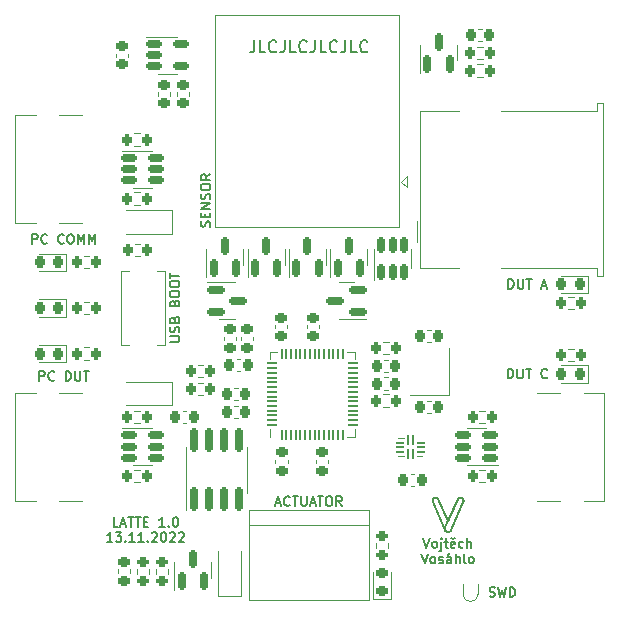
<source format=gto>
G04 #@! TF.GenerationSoftware,KiCad,Pcbnew,(6.0.9)*
G04 #@! TF.CreationDate,2022-11-24T22:06:01+01:00*
G04 #@! TF.ProjectId,latte,6c617474-652e-46b6-9963-61645f706362,rev?*
G04 #@! TF.SameCoordinates,Original*
G04 #@! TF.FileFunction,Legend,Top*
G04 #@! TF.FilePolarity,Positive*
%FSLAX46Y46*%
G04 Gerber Fmt 4.6, Leading zero omitted, Abs format (unit mm)*
G04 Created by KiCad (PCBNEW (6.0.9)) date 2022-11-24 22:06:01*
%MOMM*%
%LPD*%
G01*
G04 APERTURE LIST*
G04 Aperture macros list*
%AMRoundRect*
0 Rectangle with rounded corners*
0 $1 Rounding radius*
0 $2 $3 $4 $5 $6 $7 $8 $9 X,Y pos of 4 corners*
0 Add a 4 corners polygon primitive as box body*
4,1,4,$2,$3,$4,$5,$6,$7,$8,$9,$2,$3,0*
0 Add four circle primitives for the rounded corners*
1,1,$1+$1,$2,$3*
1,1,$1+$1,$4,$5*
1,1,$1+$1,$6,$7*
1,1,$1+$1,$8,$9*
0 Add four rect primitives between the rounded corners*
20,1,$1+$1,$2,$3,$4,$5,0*
20,1,$1+$1,$4,$5,$6,$7,0*
20,1,$1+$1,$6,$7,$8,$9,0*
20,1,$1+$1,$8,$9,$2,$3,0*%
G04 Aperture macros list end*
%ADD10C,0.098115*%
%ADD11C,0.172200*%
%ADD12C,0.150000*%
%ADD13C,0.200000*%
%ADD14C,0.120000*%
%ADD15C,0.100000*%
%ADD16C,0.800000*%
%ADD17C,6.400000*%
%ADD18RoundRect,0.225000X0.250000X-0.225000X0.250000X0.225000X-0.250000X0.225000X-0.250000X-0.225000X0*%
%ADD19RoundRect,0.200000X0.200000X0.275000X-0.200000X0.275000X-0.200000X-0.275000X0.200000X-0.275000X0*%
%ADD20RoundRect,0.200000X-0.200000X-0.275000X0.200000X-0.275000X0.200000X0.275000X-0.200000X0.275000X0*%
%ADD21RoundRect,0.150000X0.150000X-0.587500X0.150000X0.587500X-0.150000X0.587500X-0.150000X-0.587500X0*%
%ADD22RoundRect,0.225000X-0.225000X-0.250000X0.225000X-0.250000X0.225000X0.250000X-0.225000X0.250000X0*%
%ADD23R,2.300000X2.300000*%
%ADD24C,2.300000*%
%ADD25C,0.650000*%
%ADD26R,1.150000X0.300000*%
%ADD27O,2.100000X1.000000*%
%ADD28O,1.600000X1.000000*%
%ADD29RoundRect,0.225000X0.225000X0.250000X-0.225000X0.250000X-0.225000X-0.250000X0.225000X-0.250000X0*%
%ADD30R,1.100000X1.100000*%
%ADD31RoundRect,0.050000X-0.050000X0.350000X-0.050000X-0.350000X0.050000X-0.350000X0.050000X0.350000X0*%
%ADD32RoundRect,0.050000X-0.325000X0.050000X-0.325000X-0.050000X0.325000X-0.050000X0.325000X0.050000X0*%
%ADD33RoundRect,0.225000X-0.250000X0.225000X-0.250000X-0.225000X0.250000X-0.225000X0.250000X0.225000X0*%
%ADD34R,1.600000X2.000000*%
%ADD35RoundRect,0.218750X0.218750X0.256250X-0.218750X0.256250X-0.218750X-0.256250X0.218750X-0.256250X0*%
%ADD36C,0.700000*%
%ADD37O,0.800000X1.500000*%
%ADD38RoundRect,0.150000X0.150000X-0.512500X0.150000X0.512500X-0.150000X0.512500X-0.150000X-0.512500X0*%
%ADD39C,3.200000*%
%ADD40R,1.500000X1.500000*%
%ADD41C,1.500000*%
%ADD42RoundRect,0.150000X0.512500X0.150000X-0.512500X0.150000X-0.512500X-0.150000X0.512500X-0.150000X0*%
%ADD43RoundRect,0.150000X-0.512500X-0.150000X0.512500X-0.150000X0.512500X0.150000X-0.512500X0.150000X0*%
%ADD44R,1.500000X1.600000*%
%ADD45C,1.600000*%
%ADD46C,3.000000*%
%ADD47RoundRect,0.200000X-0.275000X0.200000X-0.275000X-0.200000X0.275000X-0.200000X0.275000X0.200000X0*%
%ADD48RoundRect,0.218750X-0.256250X0.218750X-0.256250X-0.218750X0.256250X-0.218750X0.256250X0.218750X0*%
%ADD49RoundRect,0.150000X-0.587500X-0.150000X0.587500X-0.150000X0.587500X0.150000X-0.587500X0.150000X0*%
%ADD50RoundRect,0.050000X0.050000X-0.387500X0.050000X0.387500X-0.050000X0.387500X-0.050000X-0.387500X0*%
%ADD51RoundRect,0.050000X0.387500X-0.050000X0.387500X0.050000X-0.387500X0.050000X-0.387500X-0.050000X0*%
%ADD52R,3.200000X3.200000*%
%ADD53RoundRect,0.218750X0.256250X-0.218750X0.256250X0.218750X-0.256250X0.218750X-0.256250X-0.218750X0*%
%ADD54R,1.200000X1.400000*%
%ADD55RoundRect,0.150000X0.150000X-0.825000X0.150000X0.825000X-0.150000X0.825000X-0.150000X-0.825000X0*%
%ADD56RoundRect,0.150000X0.587500X0.150000X-0.587500X0.150000X-0.587500X-0.150000X0.587500X-0.150000X0*%
G04 APERTURE END LIST*
D10*
X150055182Y-112053660D02*
X150058349Y-112053689D01*
X148924330Y-114946624D02*
X148906203Y-114941029D01*
D11*
X148836961Y-114891596D02*
X148827526Y-114882994D01*
X148879359Y-114921505D02*
X148868077Y-114914746D01*
X148016073Y-112063482D02*
X148007019Y-112061099D01*
X148990367Y-114955589D02*
X149000004Y-114955462D01*
X148903235Y-114933463D02*
X148903235Y-114933463D01*
D10*
X148906203Y-114941029D02*
X148888542Y-114934132D01*
X149871527Y-112129082D02*
X149873791Y-112126856D01*
D11*
X147878147Y-112062651D02*
X147871834Y-112064438D01*
X148141522Y-112143076D02*
X148135110Y-112135955D01*
D10*
X148839096Y-114905927D02*
X148824042Y-114894116D01*
D11*
X150315031Y-112317650D02*
X150314914Y-112305005D01*
D10*
X149931970Y-112084411D02*
X149940304Y-112080144D01*
D11*
X150225690Y-112117770D02*
X150215781Y-112109596D01*
X148991613Y-114955122D02*
X149004305Y-114955628D01*
X148836967Y-114891594D02*
X148846876Y-114899768D01*
X147805429Y-112094618D02*
X147794596Y-112101871D01*
D10*
X149966128Y-112069188D02*
X149974978Y-112066163D01*
X149042021Y-114953400D02*
X149038909Y-114953791D01*
X149138864Y-114920314D02*
X149134793Y-114922635D01*
D11*
X150244079Y-112135382D02*
X150235126Y-112126372D01*
X148927124Y-114942613D02*
X148921118Y-114940561D01*
D10*
X147922592Y-112054699D02*
X147928949Y-112054210D01*
X150309184Y-112368442D02*
X150308108Y-112373198D01*
X147828422Y-112081586D02*
X147840577Y-112075875D01*
D11*
X149000004Y-114955462D02*
X149000004Y-114955462D01*
X148818573Y-114873984D02*
X148810110Y-114864588D01*
D10*
X150110777Y-112059883D02*
X150115531Y-112060990D01*
X150090122Y-112056148D02*
X150093305Y-112056610D01*
X150286146Y-112194679D02*
X150288597Y-112199557D01*
D11*
X147951140Y-112053761D02*
X147941650Y-112053732D01*
D10*
X150315011Y-112308113D02*
X150315061Y-112311272D01*
D11*
X148966174Y-114952211D02*
X148978896Y-114953986D01*
D10*
X150311700Y-112272145D02*
X150312413Y-112276790D01*
X149060537Y-114950275D02*
X149055936Y-114951181D01*
X150171566Y-112081576D02*
X150176013Y-112083856D01*
X150093305Y-112056610D02*
X150096485Y-112057113D01*
X149823832Y-112194199D02*
X149825376Y-112191255D01*
D11*
X148179155Y-112200194D02*
X148174618Y-112191280D01*
X149042014Y-114953442D02*
X149054392Y-114951508D01*
D10*
X150150109Y-112071979D02*
X150153217Y-112073228D01*
X150156317Y-112074520D02*
X150159412Y-112075856D01*
X150293187Y-112209456D02*
X150295325Y-112214475D01*
X149195580Y-114875678D02*
X149193365Y-114877961D01*
X150225686Y-112117729D02*
X150225686Y-112117729D01*
D11*
X147697629Y-112393764D02*
X147702043Y-112406291D01*
X148183387Y-112209350D02*
X148179155Y-112200194D01*
X148747743Y-114704359D02*
X148748474Y-114716936D01*
D10*
X150159412Y-112075856D02*
X150159412Y-112075856D01*
X149226451Y-114836508D02*
X149221935Y-114843296D01*
X150272359Y-112171081D02*
X150275319Y-112175689D01*
D11*
X147685476Y-112330344D02*
X147686612Y-112343061D01*
X148909171Y-114935987D02*
X148903235Y-114933463D01*
X147840586Y-112075901D02*
X147840586Y-112075901D01*
D10*
X148164676Y-112174166D02*
X148174624Y-112191254D01*
D11*
X150287213Y-112196810D02*
X150281325Y-112185801D01*
X148953469Y-114949788D02*
X148966174Y-114952211D01*
X148076205Y-112088995D02*
X148068025Y-112084429D01*
D10*
X150115531Y-112060990D02*
X150120278Y-112062191D01*
X149051315Y-114952004D02*
X149046677Y-114952744D01*
X147859255Y-112068489D02*
X147865530Y-112066366D01*
X147693878Y-112381130D02*
X147690800Y-112368462D01*
X150297356Y-112219537D02*
X150298471Y-112222448D01*
D11*
X149113877Y-114933157D02*
X149125145Y-114927809D01*
X147941650Y-112053732D02*
X147941650Y-112053732D01*
D10*
X149191125Y-114880215D02*
X149188860Y-114882438D01*
D11*
X149004305Y-114955628D02*
X149016950Y-114955511D01*
D10*
X150310905Y-112267518D02*
X150310905Y-112267518D01*
X150235127Y-112126333D02*
X150237410Y-112128548D01*
D11*
X150134463Y-112066395D02*
X150121855Y-112062653D01*
X150314526Y-112330342D02*
X150315031Y-112317650D01*
D10*
X149113878Y-114933107D02*
X149111023Y-114934359D01*
D11*
X147884474Y-112061029D02*
X147878147Y-112062651D01*
X148787745Y-114834293D02*
X148781326Y-114823564D01*
D10*
X149212352Y-114856337D02*
X149212352Y-114856337D01*
D11*
X148757370Y-114766137D02*
X148754264Y-114754045D01*
D10*
X150058348Y-112053690D02*
X150061518Y-112053757D01*
X149166170Y-114902016D02*
X149162405Y-114904847D01*
X149246056Y-114799968D02*
X149242550Y-114807615D01*
D11*
X147988653Y-112057313D02*
X147979359Y-112055917D01*
D10*
X147897154Y-112058253D02*
X147903510Y-112057123D01*
X147698390Y-112231282D02*
X147702633Y-112219559D01*
X148999995Y-114066931D02*
X148999995Y-114066931D01*
X147718668Y-112185774D02*
X147725087Y-112175044D01*
X149826954Y-112188338D02*
X149828564Y-112185449D01*
X149179560Y-114891025D02*
X149177176Y-114893095D01*
D11*
X148756543Y-114628210D02*
X148753465Y-114640878D01*
D10*
X150210652Y-112105626D02*
X150213230Y-112107571D01*
X149206266Y-114863810D02*
X149204182Y-114866243D01*
X147871825Y-112064412D02*
X147878138Y-112062624D01*
X150237410Y-112128548D02*
X150239660Y-112130787D01*
D11*
X149000004Y-114955462D02*
X148993925Y-114955197D01*
D10*
X150297960Y-112406238D02*
X150297960Y-112406238D01*
D11*
X150292560Y-112208079D02*
X150287213Y-112196810D01*
D10*
X149915768Y-112093842D02*
X149915768Y-112093842D01*
X149905350Y-112100772D02*
X149905350Y-112100772D01*
X147916231Y-112055347D02*
X147922592Y-112054699D01*
X147878138Y-112062624D02*
X147884465Y-112061002D01*
D11*
X147816710Y-112087858D02*
X147805429Y-112094618D01*
D10*
X150314716Y-112327114D02*
X150314533Y-112330290D01*
D11*
X148748131Y-114679022D02*
X148747626Y-114691714D01*
X149000004Y-114066958D02*
X148183387Y-112209350D01*
D10*
X149879560Y-112121430D02*
X149883094Y-112118268D01*
X147840577Y-112075875D02*
X147846776Y-112073242D01*
D11*
X148775444Y-114812554D02*
X148781332Y-114823563D01*
X147865539Y-112066393D02*
X147859264Y-112068515D01*
X148770091Y-114801285D02*
X148765291Y-114789779D01*
X148747736Y-114704357D02*
X148747619Y-114691712D01*
X148781326Y-114823564D02*
X148775438Y-114812554D01*
D10*
X150083757Y-112055346D02*
X150083757Y-112055346D01*
X150297356Y-112219537D02*
X150297356Y-112219537D01*
X148796525Y-114867052D02*
X148784212Y-114851858D01*
D11*
X148761048Y-114778056D02*
X148757370Y-114766137D01*
X149842575Y-112163361D02*
X149835323Y-112174194D01*
X147970003Y-112054858D02*
X147960593Y-112054138D01*
D10*
X149096540Y-114940107D02*
X149093604Y-114941152D01*
X149940304Y-112080144D02*
X149948781Y-112076183D01*
D11*
X148114516Y-112116224D02*
X148107229Y-112110203D01*
D10*
X150248367Y-112139990D02*
X150250468Y-112142350D01*
X149013797Y-114955570D02*
X149010635Y-114955618D01*
X150311868Y-112354145D02*
X150311064Y-112358915D01*
X150314181Y-112335057D02*
X150313738Y-112339828D01*
D11*
X147784222Y-112109594D02*
X147774312Y-112117768D01*
X149867074Y-112133642D02*
X149858472Y-112143077D01*
D10*
X150311064Y-112358915D02*
X150310170Y-112363681D01*
D11*
X148796524Y-114867096D02*
X148803056Y-114874283D01*
X150310911Y-112267564D02*
X150308387Y-112255318D01*
X148121598Y-112122525D02*
X148114516Y-112116224D01*
D10*
X149004303Y-114955599D02*
X149004303Y-114955599D01*
X147840577Y-112075875D02*
X147840577Y-112075875D01*
X150241881Y-112133051D02*
X150244073Y-112135340D01*
X150033126Y-112054541D02*
X150033126Y-112054541D01*
D11*
X148183387Y-112209350D02*
X148183387Y-112209350D01*
D10*
X147691606Y-112255293D02*
X147694712Y-112243200D01*
X150023757Y-112055498D02*
X150026873Y-112055141D01*
D11*
X150292865Y-112418714D02*
X150297959Y-112406289D01*
X148765291Y-114789779D02*
X148761048Y-114778056D01*
D10*
X149850299Y-112152955D02*
X149850299Y-112152955D01*
X149858472Y-112143052D02*
X149860583Y-112140651D01*
D11*
X147941650Y-112053732D02*
X147941650Y-112053732D01*
X148846876Y-114899768D02*
X148857251Y-114907491D01*
D10*
X150292860Y-112418672D02*
X150292860Y-112418672D01*
D11*
X148940802Y-114946710D02*
X148953469Y-114949788D01*
D10*
X150134468Y-112066352D02*
X150137608Y-112067393D01*
X149090654Y-114942161D02*
X149087692Y-114943133D01*
X149078732Y-114945835D02*
X149074217Y-114947067D01*
X150269301Y-112166531D02*
X150272359Y-112171081D01*
X150140742Y-112068477D02*
X150143871Y-112069603D01*
X148999993Y-114955420D02*
X148980753Y-114955316D01*
D11*
X150306114Y-112381153D02*
X150309192Y-112368486D01*
X149822317Y-112197197D02*
X149816606Y-112209351D01*
D10*
X148141526Y-112143050D02*
X148153619Y-112158089D01*
D11*
X148775438Y-114812554D02*
X148770091Y-114801285D01*
X148757376Y-114766138D02*
X148761054Y-114778056D01*
D10*
X150297960Y-112406238D02*
X150296750Y-112409357D01*
D11*
X148769786Y-114590647D02*
X148769786Y-114590647D01*
D10*
X147747452Y-112144750D02*
X147755915Y-112135354D01*
X150153217Y-112073228D02*
X150156317Y-112074520D01*
X149177176Y-114893095D02*
X149177176Y-114893095D01*
D11*
X147840586Y-112075901D02*
X147828431Y-112081612D01*
D10*
X148999993Y-114955420D02*
X148999993Y-114955420D01*
X150188988Y-112091134D02*
X150193188Y-112093702D01*
D11*
X148924337Y-114946668D02*
X148933552Y-114948969D01*
D10*
X150106017Y-112058868D02*
X150110777Y-112059883D01*
X150313043Y-112281450D02*
X150313589Y-112286126D01*
X149876081Y-112124662D02*
X149879560Y-112121430D01*
X150220791Y-112113581D02*
X150223253Y-112115642D01*
D11*
X150252542Y-112144778D02*
X150244079Y-112135382D01*
X148770097Y-114801285D02*
X148775444Y-114812554D01*
X148748474Y-114716936D02*
X148749811Y-114729423D01*
D10*
X150312413Y-112276790D02*
X150313043Y-112281450D01*
X148183393Y-112209323D02*
X148999995Y-114066931D01*
D11*
X148993925Y-114955197D02*
X148987839Y-114954789D01*
D10*
X149087692Y-114943133D02*
X149084717Y-114944068D01*
D11*
X150159417Y-112075903D02*
X150159417Y-112075903D01*
D10*
X150230466Y-112121978D02*
X150232812Y-112124143D01*
X149102374Y-114937912D02*
X149099464Y-114939027D01*
X150314051Y-112290815D02*
X150314427Y-112295518D01*
D11*
X148147693Y-112150464D02*
X148141522Y-112143076D01*
X148975657Y-114953541D02*
X148969565Y-114952698D01*
X148888547Y-114934177D02*
X148897315Y-114937786D01*
X150292865Y-112418714D02*
X150292865Y-112418714D01*
X150071044Y-112054242D02*
X150058352Y-112053736D01*
D10*
X149038909Y-114953791D02*
X149035789Y-114954144D01*
D11*
X147916241Y-112055374D02*
X147909879Y-112056181D01*
D10*
X149004303Y-114955599D02*
X148999993Y-114955420D01*
X147725087Y-112175044D02*
X147732030Y-112164616D01*
X150292860Y-112418672D02*
X149246056Y-114799968D01*
X150083757Y-112055346D02*
X150086939Y-112055727D01*
D11*
X147707137Y-112418717D02*
X147707137Y-112418717D01*
X147764877Y-112126370D02*
X147755924Y-112135380D01*
X148810110Y-114864588D02*
X148802145Y-114854826D01*
D10*
X148753946Y-114799972D02*
X148753946Y-114799972D01*
D11*
X149212359Y-114856377D02*
X149220083Y-114846002D01*
X148980763Y-114955359D02*
X148990367Y-114955589D01*
D10*
X149907926Y-112098990D02*
X149910520Y-112097243D01*
X150298471Y-112222448D02*
X150299550Y-112225371D01*
X149210350Y-114858858D02*
X149208322Y-114861349D01*
D11*
X148084224Y-112093859D02*
X148076205Y-112088995D01*
X148831470Y-114900212D02*
X148839097Y-114905971D01*
X150313390Y-112343059D02*
X150314526Y-112330342D01*
D10*
X150011352Y-112057286D02*
X150015990Y-112056547D01*
D11*
X148868083Y-114914743D02*
X148879364Y-114921503D01*
X148751746Y-114741800D02*
X148754270Y-114754046D01*
D10*
X150020645Y-112055891D02*
X150023757Y-112055498D01*
X147707433Y-112208052D02*
X147712780Y-112196783D01*
D11*
X147702642Y-112219585D02*
X147698399Y-112231308D01*
X148816825Y-114887819D02*
X148824042Y-114894160D01*
X148810115Y-114864586D02*
X148818578Y-114873982D01*
X148778446Y-114843901D02*
X148784209Y-114851902D01*
X148802145Y-114854826D02*
X148794688Y-114844721D01*
D10*
X150303516Y-112237194D02*
X150304419Y-112240180D01*
D11*
X149835323Y-112174194D02*
X149828563Y-112185475D01*
D10*
X149181921Y-114888924D02*
X149179560Y-114891025D01*
D11*
X148933149Y-114944510D02*
X148927124Y-114942613D01*
D10*
X150058349Y-112053689D02*
X150058348Y-112053690D01*
D11*
X149876083Y-112124689D02*
X149867074Y-112133642D01*
X148963476Y-114951708D02*
X148957392Y-114950570D01*
X148059693Y-112080164D02*
X148051219Y-112076204D01*
X148092074Y-112099017D02*
X148084224Y-112093859D01*
X148753942Y-114800014D02*
X148758236Y-114809298D01*
D10*
X147707127Y-112418691D02*
X147707127Y-112418691D01*
X147784213Y-112109568D02*
X147794587Y-112101844D01*
D11*
X150121855Y-112062653D02*
X150109188Y-112059575D01*
X147859264Y-112068515D02*
X147853012Y-112070807D01*
X149066637Y-114948983D02*
X149078729Y-114945878D01*
D10*
X150266143Y-112162043D02*
X150269301Y-112166531D01*
X149844464Y-112160694D02*
X149847349Y-112156792D01*
D11*
X149136155Y-114921922D02*
X149146884Y-114915503D01*
D10*
X149820842Y-112200168D02*
X149822320Y-112197170D01*
D11*
X147691615Y-112255319D02*
X147689091Y-112267565D01*
X149177178Y-114893138D02*
X149186574Y-114884675D01*
X148787751Y-114834292D02*
X148794693Y-114844720D01*
D10*
X149246056Y-114799968D02*
X149246056Y-114799968D01*
X147707127Y-112418691D02*
X147702033Y-112406265D01*
X149905350Y-112100772D02*
X149907926Y-112098990D01*
D11*
X148033878Y-112069213D02*
X148025029Y-112066188D01*
D10*
X149894003Y-112109199D02*
X149897739Y-112106318D01*
X150201399Y-112099048D02*
X150205409Y-112101823D01*
X149850299Y-112152955D02*
X149852301Y-112150434D01*
X150223253Y-112115642D02*
X150225686Y-112117729D01*
D11*
X148748468Y-114716934D02*
X148747736Y-114704357D01*
D10*
X149869288Y-112131338D02*
X149871527Y-112129082D01*
X149862720Y-112138279D02*
X149864884Y-112135936D01*
X150304419Y-112240180D02*
X150305286Y-112243177D01*
D11*
X149926502Y-112087442D02*
X149915773Y-112093861D01*
D10*
X147686603Y-112343035D02*
X147685467Y-112330318D01*
X148762847Y-114818289D02*
X148753946Y-114799972D01*
X150294198Y-112415575D02*
X150292860Y-112418672D01*
X149186571Y-114884630D02*
X149186571Y-114884630D01*
D11*
X149090648Y-114942199D02*
X149102370Y-114937956D01*
X147693887Y-112381156D02*
X147697629Y-112393764D01*
D10*
X149081730Y-114944968D02*
X149078732Y-114945835D01*
X147928949Y-112054210D02*
X147935299Y-112053879D01*
D11*
X147739496Y-112154538D02*
X147732039Y-112164643D01*
D10*
X150096485Y-112057113D02*
X150096485Y-112057113D01*
X150015990Y-112056547D02*
X150020645Y-112055891D01*
X149864884Y-112135936D02*
X149867073Y-112133623D01*
D11*
X148794693Y-114844720D02*
X148802151Y-114854825D01*
D10*
X147960584Y-112054112D02*
X147979350Y-112055891D01*
X150146994Y-112070771D02*
X150146994Y-112070771D01*
X150096485Y-112057113D02*
X150101253Y-112057945D01*
X149852301Y-112150434D02*
X149854331Y-112147944D01*
D11*
X148107229Y-112110203D02*
X148099745Y-112104466D01*
X149054392Y-114951508D02*
X149066637Y-114948983D01*
X148754270Y-114754046D02*
X148757376Y-114766138D01*
D10*
X149854331Y-112147944D02*
X149856388Y-112145483D01*
X150002130Y-112059015D02*
X150006732Y-112058109D01*
D11*
X148827526Y-114882994D02*
X148818573Y-114873984D01*
D10*
X150283592Y-112189851D02*
X150286146Y-112194679D01*
D11*
X148957392Y-114950570D02*
X148951314Y-114949282D01*
D10*
X150205409Y-112101823D02*
X150205409Y-112101823D01*
D11*
X148760278Y-114615600D02*
X148764692Y-114603073D01*
X149858472Y-112143077D02*
X149850298Y-112152987D01*
D10*
X149836204Y-112172787D02*
X149838890Y-112168692D01*
X150314920Y-112304958D02*
X150315011Y-112308113D01*
X150134468Y-112066352D02*
X150134468Y-112066352D01*
X150235127Y-112126333D02*
X150235127Y-112126333D01*
X149988450Y-112062224D02*
X149992988Y-112061073D01*
D11*
X150096483Y-112057153D02*
X150083761Y-112055378D01*
D10*
X150314970Y-112320769D02*
X150314862Y-112323940D01*
X149825376Y-112191255D02*
X149826954Y-112188338D01*
X149154733Y-114910293D02*
X149150830Y-114912907D01*
X150313589Y-112286126D02*
X150314051Y-112290815D01*
X149983935Y-112063457D02*
X149988450Y-112062224D01*
X149126536Y-114927052D02*
X149122352Y-114929147D01*
D11*
X148839097Y-114905971D02*
X148846916Y-114911434D01*
D10*
X149029532Y-114954737D02*
X149026394Y-114954978D01*
D11*
X148761054Y-114778056D02*
X148765297Y-114789779D01*
D10*
X148051214Y-112076178D02*
X148068021Y-112084402D01*
X150310330Y-112264444D02*
X150310905Y-112267518D01*
D11*
X148897315Y-114937786D02*
X148906209Y-114941073D01*
X150312846Y-112279941D02*
X150310911Y-112267564D01*
X148051219Y-112076204D02*
X148042611Y-112072552D01*
D10*
X150301604Y-112231257D02*
X150301604Y-112231257D01*
X149822320Y-112197170D02*
X149823832Y-112194199D01*
D11*
X149972009Y-112067164D02*
X149960286Y-112071407D01*
D10*
X150159412Y-112075856D02*
X150162490Y-112077234D01*
D11*
X148753465Y-114640878D02*
X148751043Y-114653583D01*
D10*
X147702633Y-112219559D02*
X147707433Y-112208052D01*
D11*
X150308387Y-112255318D02*
X150305281Y-112243226D01*
X148135110Y-112135955D02*
X148128466Y-112129103D01*
X149186574Y-114884675D02*
X149195583Y-114875722D01*
D10*
X150215780Y-112109544D02*
X150215780Y-112109544D01*
X150302578Y-112234219D02*
X150303516Y-112237194D01*
D11*
X148174618Y-112191280D02*
X148169787Y-112182612D01*
X150183293Y-112087861D02*
X150171571Y-112081615D01*
D10*
X150313738Y-112339828D02*
X150313205Y-112344600D01*
D11*
X147707137Y-112418717D02*
X148753942Y-114800014D01*
X149246052Y-114800013D02*
X149246052Y-114800013D01*
D10*
X149023252Y-114955182D02*
X149020105Y-114955349D01*
D11*
X149983927Y-112063486D02*
X149972009Y-112067164D01*
D10*
X150313205Y-112344600D02*
X150312582Y-112349373D01*
D11*
X148933552Y-114948969D02*
X148942855Y-114950934D01*
X148945247Y-114947843D02*
X148939191Y-114946253D01*
X148981749Y-114954238D02*
X148975657Y-114953541D01*
X148809826Y-114881192D02*
X148816825Y-114887819D01*
X149246052Y-114800013D02*
X150292865Y-112418714D01*
X149220083Y-114846002D02*
X149227335Y-114835170D01*
D10*
X149997549Y-112060003D02*
X150002130Y-112059015D01*
X148961679Y-114953797D02*
X148942847Y-114950890D01*
D11*
X149195583Y-114875722D02*
X149204186Y-114866286D01*
X149816606Y-112209351D02*
X148769793Y-114590649D01*
D10*
X149817988Y-112206245D02*
X149819398Y-112203193D01*
D11*
X148769786Y-114590647D02*
X149000004Y-114066958D01*
X147922601Y-112054726D02*
X147916241Y-112055374D01*
X148769793Y-114590649D02*
X148764699Y-114603075D01*
X148784209Y-114851902D02*
X148790238Y-114859634D01*
D10*
X150252537Y-112144735D02*
X150256083Y-112148962D01*
X149948781Y-112076183D02*
X149957392Y-112072529D01*
D11*
X149996020Y-112060381D02*
X149983927Y-112063486D01*
X150109188Y-112059575D02*
X150096483Y-112057153D01*
X150083761Y-112055378D02*
X150071044Y-112054242D01*
X148942855Y-114950934D02*
X148952237Y-114952559D01*
D10*
X150125018Y-112063484D02*
X150129748Y-112064871D01*
D11*
X150274906Y-112175072D02*
X150267964Y-112164644D01*
D10*
X149873791Y-112126856D02*
X149876081Y-112124662D01*
X149860583Y-112140651D02*
X149862720Y-112138279D01*
X150045703Y-112053807D02*
X150048859Y-112053719D01*
X148871421Y-114925964D02*
X148854914Y-114916553D01*
D11*
X147685819Y-112292430D02*
X147685087Y-112305007D01*
X148756536Y-114628208D02*
X148760278Y-114615600D01*
D10*
X150067868Y-112054015D02*
X150071045Y-112054200D01*
X147890805Y-112059546D02*
X147897154Y-112058253D01*
X148980753Y-114955316D02*
X148961679Y-114953797D01*
D11*
X148903241Y-114933461D02*
X148903241Y-114933461D01*
X148762843Y-114818332D02*
X148767753Y-114827113D01*
D10*
X148099744Y-112104440D02*
X148114517Y-112116197D01*
D11*
X148790238Y-114859634D02*
X148796524Y-114867096D01*
D10*
X150086939Y-112055727D02*
X150090122Y-112056148D01*
X150218301Y-112111548D02*
X150220791Y-112113581D01*
D11*
X150297959Y-112406289D02*
X150302372Y-112393761D01*
D10*
X150120278Y-112062191D02*
X150125018Y-112063484D01*
D11*
X147997876Y-112059041D02*
X147988653Y-112057313D01*
D10*
X148942847Y-114950890D02*
X148924330Y-114946624D01*
X149026394Y-114954978D02*
X149023252Y-114955182D01*
D11*
X148971200Y-114954775D02*
X148980763Y-114955359D01*
D10*
X150314862Y-112323940D02*
X150314716Y-112327114D01*
X150215780Y-112109544D02*
X150218301Y-112111548D01*
X149188860Y-114882438D02*
X149186571Y-114884630D01*
X150171566Y-112081576D02*
X150171566Y-112081576D01*
X149046677Y-114952744D02*
X149042021Y-114953400D01*
X149016953Y-114955479D02*
X149016953Y-114955479D01*
D11*
X148765297Y-114789779D02*
X148770097Y-114801285D01*
D10*
X150061518Y-112053757D02*
X150064692Y-112053866D01*
X150232812Y-112124143D02*
X150235127Y-112126333D01*
X150314533Y-112330290D02*
X150314181Y-112335057D01*
X149184258Y-114886793D02*
X149181921Y-114888924D01*
D11*
X149078729Y-114945878D02*
X149090648Y-114942199D01*
X147684970Y-112317652D02*
X147685476Y-112330344D01*
X149828563Y-112185475D02*
X149822317Y-112197197D01*
X149850298Y-112152987D02*
X149842575Y-112163361D01*
D10*
X150308394Y-112255271D02*
X150309077Y-112258319D01*
D11*
X148153614Y-112158115D02*
X148147693Y-112150464D01*
X150008265Y-112057856D02*
X149996020Y-112060381D01*
X149905345Y-112100803D02*
X149895240Y-112108261D01*
D10*
X150244073Y-112135340D02*
X150244073Y-112135340D01*
D11*
X150309192Y-112368486D02*
X150311614Y-112355781D01*
D10*
X150193188Y-112093702D02*
X150197326Y-112096340D01*
D11*
X150205406Y-112101873D02*
X150194574Y-112094621D01*
D10*
X150308394Y-112255271D02*
X150308394Y-112255271D01*
X149923789Y-112088978D02*
X149931970Y-112084411D01*
X150225686Y-112117729D02*
X150228090Y-112119840D01*
X148114517Y-112116197D02*
X148128468Y-112129077D01*
X150239660Y-112130787D02*
X150241881Y-112133051D01*
X147697620Y-112393738D02*
X147693878Y-112381130D01*
X148854914Y-114916553D02*
X148839096Y-114905927D01*
X150290944Y-112204483D02*
X150293187Y-112209456D01*
D11*
X147698399Y-112231308D02*
X147694721Y-112243226D01*
X147694721Y-112243226D02*
X147691615Y-112255319D01*
X147685087Y-112305007D02*
X147684970Y-112317652D01*
D10*
X150309721Y-112261377D02*
X150310330Y-112264444D01*
D11*
X148969565Y-114952698D02*
X148963476Y-114951708D01*
X148846916Y-114911434D02*
X148854916Y-114916597D01*
X148764699Y-114603075D02*
X148760285Y-114615603D01*
X148781332Y-114823563D02*
X148787751Y-114834292D01*
X148939191Y-114946253D02*
X148933149Y-114944510D01*
D10*
X150168567Y-112080096D02*
X150171566Y-112081576D01*
D11*
X148747619Y-114691712D02*
X148748125Y-114679020D01*
X148794688Y-114844721D02*
X148787745Y-114834293D01*
D10*
X150042551Y-112053934D02*
X150045703Y-112053807D01*
X147846776Y-112073242D02*
X147853003Y-112070780D01*
X148999995Y-114066931D02*
X149816611Y-112209323D01*
D11*
X149240341Y-114812167D02*
X149246052Y-114800013D01*
D10*
X150315040Y-112317600D02*
X150314970Y-112320769D01*
X150165542Y-112078648D02*
X150168567Y-112080096D01*
X149828564Y-112185449D02*
X149828564Y-112185449D01*
X150246235Y-112137653D02*
X150248367Y-112139990D01*
X150080577Y-112055001D02*
X150083757Y-112055346D01*
X150296750Y-112409357D02*
X150295495Y-112412469D01*
D11*
X147689091Y-112267565D02*
X147687156Y-112279942D01*
X150146991Y-112070809D02*
X150134463Y-112066395D01*
D10*
X148016066Y-112063456D02*
X148033871Y-112069186D01*
X150262887Y-112157618D02*
X150266143Y-112162043D01*
X148753946Y-114799972D02*
X147707127Y-112418691D01*
D11*
X150171571Y-112081615D02*
X150159417Y-112075903D01*
D10*
X148084222Y-112093832D02*
X148099744Y-112104440D01*
D11*
X148769793Y-114590649D02*
X148769793Y-114590649D01*
X149204186Y-114866286D02*
X149212359Y-114856377D01*
D10*
X149113878Y-114933107D02*
X149113878Y-114933107D01*
X150033126Y-112054541D02*
X150036262Y-112054301D01*
X149867073Y-112133623D02*
X149867073Y-112133623D01*
X150071045Y-112054200D02*
X150071045Y-112054200D01*
D11*
X148748125Y-114679020D02*
X148749261Y-114666302D01*
X150033130Y-112054584D02*
X150020642Y-112055921D01*
D10*
X150310905Y-112267518D02*
X150311700Y-112272145D01*
X149208322Y-114861349D02*
X149206266Y-114863810D01*
D11*
X148042611Y-112072552D02*
X148033878Y-112069213D01*
D10*
X150205409Y-112101823D02*
X150208045Y-112103710D01*
D11*
X150045707Y-112053853D02*
X150033130Y-112054584D01*
X148025029Y-112066188D02*
X148016073Y-112063482D01*
D10*
X150299550Y-112225371D02*
X150300594Y-112228308D01*
D11*
X148951314Y-114949282D02*
X148945247Y-114947843D01*
X147747461Y-112144776D02*
X147739496Y-112154538D01*
D10*
X149838890Y-112168692D02*
X149841644Y-112164661D01*
D11*
X149816606Y-112209351D02*
X149816606Y-112209351D01*
D10*
X148772961Y-114835594D02*
X148762847Y-114818289D01*
D11*
X150020642Y-112055921D02*
X150008265Y-112057856D01*
D10*
X150020645Y-112055891D02*
X150020645Y-112055891D01*
X149173557Y-114896140D02*
X149169888Y-114899114D01*
D11*
X150159417Y-112075903D02*
X150146991Y-112070809D01*
D10*
X150162490Y-112077234D02*
X150165542Y-112078648D01*
D11*
X147725096Y-112175071D02*
X147718677Y-112185800D01*
D10*
X150180399Y-112086210D02*
X150184725Y-112088636D01*
X149065119Y-114949288D02*
X149060537Y-114950275D01*
X149099464Y-114939027D02*
X149096540Y-114940107D01*
D11*
X147890814Y-112059572D02*
X147884474Y-112061029D01*
D10*
X150306117Y-112246185D02*
X150306913Y-112249204D01*
X147816701Y-112087832D02*
X147828422Y-112081586D01*
X150052019Y-112053670D02*
X150055182Y-112053660D01*
X149010635Y-114955618D02*
X149007470Y-114955627D01*
X147997868Y-112059015D02*
X148016066Y-112063456D01*
X150314427Y-112295518D02*
X150314717Y-112300232D01*
X150074222Y-112054425D02*
X150077399Y-112054693D01*
X149230776Y-114829543D02*
X149226451Y-114836508D01*
X149816611Y-112209323D02*
X149816611Y-112209323D01*
D11*
X148906209Y-114941073D02*
X148915220Y-114944035D01*
D10*
X150302876Y-112392141D02*
X150301333Y-112396852D01*
X149093604Y-114941152D02*
X149090654Y-114942161D01*
X150275319Y-112175689D02*
X150278178Y-112180355D01*
D11*
X150297360Y-112219585D02*
X150292560Y-112208079D01*
X147712789Y-112196810D02*
X147707442Y-112208078D01*
X148068025Y-112084429D02*
X148059693Y-112080164D01*
X147828431Y-112081612D02*
X147816710Y-112087858D01*
X147688387Y-112355784D02*
X147690809Y-112368489D01*
D10*
X150064692Y-112053866D02*
X150067868Y-112054015D01*
X150314533Y-112330290D02*
X150314533Y-112330290D01*
X149035789Y-114954144D02*
X149032664Y-114954459D01*
X149134793Y-114922635D02*
X149130684Y-114924881D01*
D11*
X147909879Y-112056181D02*
X147903519Y-112057149D01*
D10*
X149162405Y-114904847D02*
X149158592Y-114907606D01*
X150305679Y-112382687D02*
X150304324Y-112387419D01*
D11*
X148751036Y-114653580D02*
X148753458Y-114640875D01*
D10*
X150288597Y-112199557D02*
X150290944Y-112204483D01*
D11*
X150311614Y-112355781D02*
X150313390Y-112343059D01*
D10*
X147865530Y-112066366D02*
X147871825Y-112064412D01*
X149974978Y-112066163D02*
X149983935Y-112063457D01*
D11*
X150302372Y-112393761D02*
X150306114Y-112381153D01*
D10*
X148128468Y-112129077D02*
X148141526Y-112143050D01*
X149886680Y-112115175D02*
X149890317Y-112112152D01*
X150176013Y-112083856D02*
X150180399Y-112086210D01*
X150315071Y-112314435D02*
X150315040Y-112317600D01*
X147853003Y-112070780D02*
X147859255Y-112068489D01*
X149957392Y-112072529D02*
X149966128Y-112069188D01*
X147732030Y-112164616D02*
X147739487Y-112154511D01*
X149105271Y-114936762D02*
X149102374Y-114937912D01*
X147794587Y-112101844D02*
X147805419Y-112094592D01*
X149146883Y-114915449D02*
X149146883Y-114915449D01*
X147739487Y-112154511D02*
X147747452Y-112144750D01*
X149069679Y-114948218D02*
X149065119Y-114949288D01*
X149122352Y-114929147D02*
X149118132Y-114931166D01*
X150143871Y-112069603D02*
X150146994Y-112070771D01*
X150259534Y-112153257D02*
X150262887Y-112157618D01*
D11*
X147774312Y-112117768D02*
X147764877Y-112126370D01*
D10*
X149897739Y-112106318D02*
X149901521Y-112103509D01*
X150129748Y-112064871D02*
X150134468Y-112066352D01*
D11*
X148915132Y-114938352D02*
X148909171Y-114935987D01*
D10*
X150301604Y-112231257D02*
X150302578Y-112234219D01*
X149193365Y-114877961D02*
X149191125Y-114880215D01*
X150029995Y-112054821D02*
X150033126Y-112054541D01*
X150306940Y-112377946D02*
X150305679Y-112382687D01*
X149197770Y-114873364D02*
X149195580Y-114875678D01*
D11*
X148749268Y-114666304D02*
X148748131Y-114679022D01*
D10*
X149146883Y-114915449D02*
X149142894Y-114917918D01*
X148183393Y-112209323D02*
X148183393Y-112209323D01*
D11*
X148760285Y-114615603D02*
X148756543Y-114628210D01*
X150058352Y-112053736D02*
X150045707Y-112053853D01*
X148871424Y-114926009D02*
X148879913Y-114930250D01*
D10*
X149883094Y-112118268D02*
X149886680Y-112115175D01*
D11*
X148863089Y-114921456D02*
X148871424Y-114926009D01*
D10*
X150071045Y-112054200D02*
X150074222Y-112054425D01*
D11*
X148099745Y-112104466D02*
X148092074Y-112099017D01*
D10*
X150036262Y-112054301D02*
X150039404Y-112054098D01*
X148784212Y-114851858D02*
X148772961Y-114835594D01*
D11*
X148891086Y-114927749D02*
X148903241Y-114933461D01*
X148803056Y-114874283D02*
X148809826Y-114881192D01*
D10*
X149204182Y-114866243D02*
X149202071Y-114868647D01*
D11*
X148747626Y-114691714D02*
X148747743Y-114704359D01*
D10*
X150137608Y-112067393D02*
X150140742Y-112068477D01*
X148068021Y-112084402D02*
X148084222Y-112093832D01*
X149238831Y-114815095D02*
X149234904Y-114822405D01*
D11*
X148987839Y-114954789D02*
X148981749Y-114954238D01*
X149000004Y-114066958D02*
X149000004Y-114066958D01*
D10*
X150208045Y-112103710D02*
X150210652Y-112105626D01*
X149831040Y-112181166D02*
X149833587Y-112176946D01*
X147684961Y-112317626D02*
X147685078Y-112304980D01*
D11*
X148159276Y-112166026D02*
X148153614Y-112158115D01*
X147686612Y-112343061D02*
X147688387Y-112355784D01*
X149937512Y-112081554D02*
X149926502Y-112087442D01*
X148903241Y-114933461D02*
X148915666Y-114938555D01*
X147979359Y-112055917D02*
X147970003Y-112054858D01*
X147941650Y-112053732D02*
X147935309Y-112053906D01*
X147702043Y-112406291D02*
X147707137Y-112418717D01*
X150267964Y-112164644D02*
X150260506Y-112154539D01*
X149885479Y-112116225D02*
X149876083Y-112124689D01*
D10*
X149234904Y-114822405D02*
X149230776Y-114829543D01*
X148809827Y-114881148D02*
X148796525Y-114867052D01*
D11*
X148846871Y-114899770D02*
X148836961Y-114891596D01*
X149960286Y-112071407D02*
X149948780Y-112076207D01*
D10*
X149042021Y-114953400D02*
X149042021Y-114953400D01*
X149847349Y-112156792D02*
X149850299Y-112152955D01*
D11*
X148868077Y-114914746D02*
X148857245Y-114907493D01*
X149227335Y-114835170D02*
X149234095Y-114823889D01*
D10*
X149142894Y-114917918D02*
X149138864Y-114920314D01*
D11*
X150281325Y-112185801D02*
X150274906Y-112175072D01*
X148751043Y-114653583D02*
X148749268Y-114666304D01*
X147935309Y-112053906D02*
X147928958Y-112054237D01*
X149915773Y-112093861D02*
X149905345Y-112100803D01*
D10*
X149221935Y-114843296D02*
X149217234Y-114849907D01*
D11*
X150260506Y-112154539D02*
X150252542Y-112144778D01*
D10*
X147685810Y-112292403D02*
X147687147Y-112279916D01*
X150256083Y-112148962D02*
X150259534Y-112153257D01*
X150309184Y-112368442D02*
X150309184Y-112368442D01*
X148824042Y-114894116D02*
X148809827Y-114881148D01*
D11*
X148978896Y-114953986D02*
X148991613Y-114955122D01*
X148915220Y-114944035D02*
X148924337Y-114946668D01*
D10*
X149915768Y-112093842D02*
X149923789Y-112088978D01*
X147903510Y-112057123D02*
X147909870Y-112056154D01*
D11*
X148007019Y-112061099D02*
X147997876Y-112059041D01*
X149029527Y-114954780D02*
X149042014Y-114953442D01*
D10*
X150101253Y-112057945D02*
X150106017Y-112058868D01*
X150300594Y-112228308D02*
X150301604Y-112231257D01*
X148888542Y-114934132D02*
X148871421Y-114925964D01*
X150026873Y-112055141D02*
X150029995Y-112054821D01*
X150280936Y-112185076D02*
X150283592Y-112189851D01*
X149199934Y-114871021D02*
X149197770Y-114873364D01*
X149913134Y-112095528D02*
X149915768Y-112093842D01*
D11*
X147897163Y-112058279D02*
X147890814Y-112059572D01*
D10*
X148174624Y-112191254D02*
X148183393Y-112209323D01*
D11*
X148857245Y-114907493D02*
X148846871Y-114899770D01*
D10*
X149130684Y-114924881D02*
X149126536Y-114927052D01*
D11*
X150305281Y-112243226D02*
X150301603Y-112231308D01*
D10*
X149841644Y-112164661D02*
X149844464Y-112160694D01*
D11*
X148827532Y-114882992D02*
X148836967Y-114891594D01*
D10*
X147694712Y-112243200D02*
X147698390Y-112231282D01*
D11*
X148879913Y-114930250D02*
X148888547Y-114934177D01*
D10*
X147755915Y-112135354D02*
X147764868Y-112126344D01*
D11*
X149146884Y-114915503D02*
X149157312Y-114908560D01*
D10*
X147805419Y-112094592D02*
X147816701Y-112087832D01*
X149032664Y-114954459D02*
X149029532Y-114954737D01*
D11*
X148854916Y-114916597D02*
X148863089Y-114921456D01*
D10*
X149007470Y-114955627D02*
X149004303Y-114955599D01*
X147688378Y-112355757D02*
X147686603Y-112343035D01*
X150304324Y-112387419D02*
X150302876Y-112392141D01*
X150310170Y-112363681D02*
X150309184Y-112368442D01*
X150306913Y-112249204D02*
X150307672Y-112252233D01*
X150309077Y-112258319D02*
X150309721Y-112261377D01*
X149158592Y-114907606D02*
X149154733Y-114910293D01*
X149901521Y-112103509D02*
X149905350Y-112100772D01*
D11*
X149948780Y-112076207D02*
X149937512Y-112081554D01*
D10*
X147712780Y-112196783D02*
X147718668Y-112185774D01*
D11*
X148952237Y-114952559D02*
X148961688Y-114953840D01*
D10*
X147884465Y-112061002D02*
X147890805Y-112059546D01*
D11*
X149157312Y-114908560D02*
X149167417Y-114901103D01*
X147687156Y-112279942D02*
X147685819Y-112292430D01*
X148749261Y-114666302D02*
X148751036Y-114653580D01*
D10*
X150077399Y-112054693D02*
X150080577Y-112055001D01*
X150006732Y-112058109D02*
X150011352Y-112057286D01*
D11*
X148818578Y-114873982D02*
X148827532Y-114882992D01*
D10*
X149118132Y-114931166D02*
X149113878Y-114933107D01*
D11*
X150159417Y-112075903D02*
X150159417Y-112075903D01*
D10*
X149992988Y-112061073D02*
X149997549Y-112060003D01*
X147774303Y-112117741D02*
X147784213Y-112109568D01*
D11*
X147960593Y-112054138D02*
X147951140Y-112053761D01*
X150314183Y-112292428D02*
X150312846Y-112279941D01*
D10*
X148033871Y-112069186D02*
X148051214Y-112076178D01*
X149828564Y-112185449D02*
X149831040Y-112181166D01*
X150197326Y-112096340D02*
X150201399Y-112099048D01*
D11*
X147755924Y-112135380D02*
X147747461Y-112144776D01*
D10*
X149983935Y-112063457D02*
X149983935Y-112063457D01*
D11*
X148772957Y-114835637D02*
X148778446Y-114843901D01*
X147871834Y-112064438D02*
X147865539Y-112066393D01*
X150215781Y-112109596D02*
X150205406Y-112101873D01*
X148928194Y-114942969D02*
X148940802Y-114946710D01*
X148891080Y-114927752D02*
X148879359Y-114921505D01*
D10*
X149078732Y-114945835D02*
X149078732Y-114945835D01*
X149819398Y-112203193D02*
X149820842Y-112200168D01*
X149084717Y-114944068D02*
X149081730Y-114944968D01*
D11*
X150301603Y-112231308D02*
X150297360Y-112219585D01*
D10*
X149204182Y-114866243D02*
X149204182Y-114866243D01*
D11*
X147903519Y-112057149D02*
X147897163Y-112058279D01*
D10*
X147909870Y-112056154D02*
X147916231Y-112055347D01*
D11*
X148961688Y-114953840D02*
X148971200Y-114954775D01*
X148764692Y-114603073D02*
X148769786Y-114590647D01*
D10*
X150307672Y-112252233D02*
X150308394Y-112255271D01*
X150228090Y-112119840D02*
X150230466Y-112121978D01*
X150213230Y-112107571D02*
X150215780Y-112109544D01*
D11*
X148169787Y-112182612D02*
X148164670Y-112174193D01*
X149102370Y-114937956D02*
X149113877Y-114933157D01*
X147928958Y-112054237D02*
X147922601Y-112054726D01*
X148751740Y-114741799D02*
X148749805Y-114729422D01*
D10*
X149177176Y-114893095D02*
X149173557Y-114896140D01*
X150301333Y-112396852D02*
X150299694Y-112401552D01*
X147941640Y-112053705D02*
X147960584Y-112054112D01*
X150048859Y-112053719D02*
X150052019Y-112053670D01*
D11*
X148128466Y-112129103D02*
X148121598Y-112122525D01*
X148753942Y-114800014D02*
X148753942Y-114800014D01*
D10*
X149890317Y-112112152D02*
X149894003Y-112109199D01*
D11*
X147690809Y-112368489D02*
X147693887Y-112381156D01*
X148857251Y-114907491D02*
X148868083Y-114914743D01*
X149167417Y-114901103D02*
X149177178Y-114893138D01*
D10*
X149816611Y-112209323D02*
X149817988Y-112206245D01*
X149020105Y-114955349D02*
X149016953Y-114955479D01*
X150295495Y-112412469D02*
X150294198Y-112415575D01*
X150305286Y-112243177D02*
X150306117Y-112246185D01*
D11*
X147853012Y-112070807D02*
X147846785Y-112073268D01*
D10*
X149867073Y-112133623D02*
X149869288Y-112131338D01*
D11*
X150235126Y-112126372D02*
X150225690Y-112117770D01*
X150194574Y-112094621D02*
X150183293Y-112087861D01*
D10*
X149833587Y-112176946D02*
X149836204Y-112172787D01*
D11*
X148879364Y-114921503D02*
X148891086Y-114927749D01*
X148749805Y-114729422D02*
X148748468Y-114716934D01*
D10*
X147685467Y-112330318D02*
X147684961Y-112317626D01*
X149186571Y-114884630D02*
X149184258Y-114886793D01*
D11*
X149895240Y-112108261D02*
X149885479Y-112116225D01*
D10*
X147764868Y-112126344D02*
X147774303Y-112117741D01*
D11*
X148753458Y-114640875D02*
X148756536Y-114628208D01*
X147846785Y-112073268D02*
X147840586Y-112075901D01*
D10*
X150308108Y-112373198D02*
X150306940Y-112377946D01*
X150295325Y-112214475D02*
X150297356Y-112219537D01*
X147689082Y-112267538D02*
X147691606Y-112255293D01*
D11*
X147718677Y-112185800D02*
X147712789Y-112196810D01*
D10*
X150058349Y-112053689D02*
X150058349Y-112053689D01*
X150146994Y-112070771D02*
X150150109Y-112071979D01*
X149150830Y-114912907D02*
X149146883Y-114915449D01*
X149111023Y-114934359D02*
X149108154Y-114935578D01*
X149856388Y-112145483D02*
X149858472Y-112143052D01*
D11*
X148749811Y-114729423D02*
X148751746Y-114741800D01*
D10*
X149074217Y-114947067D02*
X149069679Y-114948218D01*
X147935299Y-112053879D02*
X147941640Y-112053705D01*
D11*
X150314914Y-112305005D02*
X150314183Y-112292428D01*
D10*
X150299694Y-112401552D02*
X150297960Y-112406238D01*
X149242550Y-114807615D02*
X149238831Y-114815095D01*
D11*
X149234095Y-114823889D02*
X149240341Y-114812167D01*
D10*
X149876081Y-112124662D02*
X149876081Y-112124662D01*
X147685078Y-112304980D02*
X147685810Y-112292403D01*
X149202071Y-114868647D02*
X149199934Y-114871021D01*
X149910520Y-112097243D02*
X149913134Y-112095528D01*
D11*
X147794596Y-112101871D02*
X147784222Y-112109594D01*
D10*
X149090654Y-114942161D02*
X149090654Y-114942161D01*
X150184725Y-112088636D02*
X150188988Y-112091134D01*
X150314920Y-112304958D02*
X150314920Y-112304958D01*
X150315061Y-112311272D02*
X150315071Y-112314435D01*
X149169888Y-114899114D02*
X149166170Y-114902016D01*
D11*
X148758236Y-114809298D02*
X148762843Y-114818332D01*
X147707442Y-112208078D02*
X147702642Y-112219585D01*
D10*
X149016953Y-114955479D02*
X149013797Y-114955570D01*
D11*
X148767753Y-114827113D02*
X148772957Y-114835637D01*
D10*
X150312582Y-112349373D02*
X150311868Y-112354145D01*
D11*
X148915666Y-114938555D02*
X148928194Y-114942969D01*
X147732039Y-112164643D02*
X147725096Y-112175071D01*
X148802151Y-114854825D02*
X148810115Y-114864586D01*
D10*
X147702033Y-112406265D02*
X147697620Y-112393738D01*
X150250468Y-112142350D02*
X150252537Y-112144735D01*
X147690800Y-112368462D02*
X147688378Y-112355757D01*
D11*
X148824042Y-114894160D02*
X148831470Y-114900212D01*
X148164670Y-112174193D02*
X148159276Y-112166026D01*
X149016950Y-114955511D02*
X149029527Y-114954780D01*
D10*
X149212352Y-114856337D02*
X149210350Y-114858858D01*
X150278178Y-112180355D02*
X150280936Y-112185076D01*
X149108154Y-114935578D02*
X149105271Y-114936762D01*
X150314717Y-112300232D02*
X150314920Y-112304958D01*
D11*
X148921118Y-114940561D02*
X148915132Y-114938352D01*
D10*
X150252537Y-112144735D02*
X150252537Y-112144735D01*
X150039404Y-112054098D02*
X150042551Y-112053934D01*
D11*
X148903235Y-114933463D02*
X148891080Y-114927752D01*
D10*
X148153619Y-112158089D02*
X148164676Y-112174166D01*
X149055936Y-114951181D02*
X149051315Y-114952004D01*
X147979350Y-112055891D02*
X147997868Y-112059015D01*
X149217234Y-114849907D02*
X149212352Y-114856337D01*
D11*
X148754264Y-114754045D02*
X148751740Y-114741799D01*
X149125145Y-114927809D02*
X149136155Y-114921922D01*
D10*
X147941640Y-112053705D02*
X147941640Y-112053705D01*
X150244073Y-112135340D02*
X150246235Y-112137653D01*
X147687147Y-112279916D02*
X147689082Y-112267538D01*
D12*
X125461904Y-98857142D02*
X126109523Y-98857142D01*
X126185714Y-98819047D01*
X126223809Y-98780952D01*
X126261904Y-98704761D01*
X126261904Y-98552380D01*
X126223809Y-98476190D01*
X126185714Y-98438095D01*
X126109523Y-98400000D01*
X125461904Y-98400000D01*
X126223809Y-98057142D02*
X126261904Y-97942857D01*
X126261904Y-97752380D01*
X126223809Y-97676190D01*
X126185714Y-97638095D01*
X126109523Y-97600000D01*
X126033333Y-97600000D01*
X125957142Y-97638095D01*
X125919047Y-97676190D01*
X125880952Y-97752380D01*
X125842857Y-97904761D01*
X125804761Y-97980952D01*
X125766666Y-98019047D01*
X125690476Y-98057142D01*
X125614285Y-98057142D01*
X125538095Y-98019047D01*
X125500000Y-97980952D01*
X125461904Y-97904761D01*
X125461904Y-97714285D01*
X125500000Y-97600000D01*
X125842857Y-96990476D02*
X125880952Y-96876190D01*
X125919047Y-96838095D01*
X125995238Y-96800000D01*
X126109523Y-96800000D01*
X126185714Y-96838095D01*
X126223809Y-96876190D01*
X126261904Y-96952380D01*
X126261904Y-97257142D01*
X125461904Y-97257142D01*
X125461904Y-96990476D01*
X125500000Y-96914285D01*
X125538095Y-96876190D01*
X125614285Y-96838095D01*
X125690476Y-96838095D01*
X125766666Y-96876190D01*
X125804761Y-96914285D01*
X125842857Y-96990476D01*
X125842857Y-97257142D01*
X125842857Y-95580952D02*
X125880952Y-95466666D01*
X125919047Y-95428571D01*
X125995238Y-95390476D01*
X126109523Y-95390476D01*
X126185714Y-95428571D01*
X126223809Y-95466666D01*
X126261904Y-95542857D01*
X126261904Y-95847619D01*
X125461904Y-95847619D01*
X125461904Y-95580952D01*
X125500000Y-95504761D01*
X125538095Y-95466666D01*
X125614285Y-95428571D01*
X125690476Y-95428571D01*
X125766666Y-95466666D01*
X125804761Y-95504761D01*
X125842857Y-95580952D01*
X125842857Y-95847619D01*
X125461904Y-94895238D02*
X125461904Y-94742857D01*
X125500000Y-94666666D01*
X125576190Y-94590476D01*
X125728571Y-94552380D01*
X125995238Y-94552380D01*
X126147619Y-94590476D01*
X126223809Y-94666666D01*
X126261904Y-94742857D01*
X126261904Y-94895238D01*
X126223809Y-94971428D01*
X126147619Y-95047619D01*
X125995238Y-95085714D01*
X125728571Y-95085714D01*
X125576190Y-95047619D01*
X125500000Y-94971428D01*
X125461904Y-94895238D01*
X125461904Y-94057142D02*
X125461904Y-93904761D01*
X125500000Y-93828571D01*
X125576190Y-93752380D01*
X125728571Y-93714285D01*
X125995238Y-93714285D01*
X126147619Y-93752380D01*
X126223809Y-93828571D01*
X126261904Y-93904761D01*
X126261904Y-94057142D01*
X126223809Y-94133333D01*
X126147619Y-94209523D01*
X125995238Y-94247619D01*
X125728571Y-94247619D01*
X125576190Y-94209523D01*
X125500000Y-94133333D01*
X125461904Y-94057142D01*
X125461904Y-93485714D02*
X125461904Y-93028571D01*
X126261904Y-93257142D02*
X125461904Y-93257142D01*
D13*
X132590952Y-73352380D02*
X132590952Y-74066666D01*
X132543333Y-74209523D01*
X132448095Y-74304761D01*
X132305238Y-74352380D01*
X132210000Y-74352380D01*
X133543333Y-74352380D02*
X133067142Y-74352380D01*
X133067142Y-73352380D01*
X134448095Y-74257142D02*
X134400476Y-74304761D01*
X134257619Y-74352380D01*
X134162380Y-74352380D01*
X134019523Y-74304761D01*
X133924285Y-74209523D01*
X133876666Y-74114285D01*
X133829047Y-73923809D01*
X133829047Y-73780952D01*
X133876666Y-73590476D01*
X133924285Y-73495238D01*
X134019523Y-73400000D01*
X134162380Y-73352380D01*
X134257619Y-73352380D01*
X134400476Y-73400000D01*
X134448095Y-73447619D01*
X135162380Y-73352380D02*
X135162380Y-74066666D01*
X135114761Y-74209523D01*
X135019523Y-74304761D01*
X134876666Y-74352380D01*
X134781428Y-74352380D01*
X136114761Y-74352380D02*
X135638571Y-74352380D01*
X135638571Y-73352380D01*
X137019523Y-74257142D02*
X136971904Y-74304761D01*
X136829047Y-74352380D01*
X136733809Y-74352380D01*
X136590952Y-74304761D01*
X136495714Y-74209523D01*
X136448095Y-74114285D01*
X136400476Y-73923809D01*
X136400476Y-73780952D01*
X136448095Y-73590476D01*
X136495714Y-73495238D01*
X136590952Y-73400000D01*
X136733809Y-73352380D01*
X136829047Y-73352380D01*
X136971904Y-73400000D01*
X137019523Y-73447619D01*
X137733809Y-73352380D02*
X137733809Y-74066666D01*
X137686190Y-74209523D01*
X137590952Y-74304761D01*
X137448095Y-74352380D01*
X137352857Y-74352380D01*
X138686190Y-74352380D02*
X138210000Y-74352380D01*
X138210000Y-73352380D01*
X139590952Y-74257142D02*
X139543333Y-74304761D01*
X139400476Y-74352380D01*
X139305238Y-74352380D01*
X139162380Y-74304761D01*
X139067142Y-74209523D01*
X139019523Y-74114285D01*
X138971904Y-73923809D01*
X138971904Y-73780952D01*
X139019523Y-73590476D01*
X139067142Y-73495238D01*
X139162380Y-73400000D01*
X139305238Y-73352380D01*
X139400476Y-73352380D01*
X139543333Y-73400000D01*
X139590952Y-73447619D01*
X140305238Y-73352380D02*
X140305238Y-74066666D01*
X140257619Y-74209523D01*
X140162380Y-74304761D01*
X140019523Y-74352380D01*
X139924285Y-74352380D01*
X141257619Y-74352380D02*
X140781428Y-74352380D01*
X140781428Y-73352380D01*
X142162380Y-74257142D02*
X142114761Y-74304761D01*
X141971904Y-74352380D01*
X141876666Y-74352380D01*
X141733809Y-74304761D01*
X141638571Y-74209523D01*
X141590952Y-74114285D01*
X141543333Y-73923809D01*
X141543333Y-73780952D01*
X141590952Y-73590476D01*
X141638571Y-73495238D01*
X141733809Y-73400000D01*
X141876666Y-73352380D01*
X141971904Y-73352380D01*
X142114761Y-73400000D01*
X142162380Y-73447619D01*
D12*
X134429047Y-112533333D02*
X134810000Y-112533333D01*
X134352857Y-112761904D02*
X134619523Y-111961904D01*
X134886190Y-112761904D01*
X135610000Y-112685714D02*
X135571904Y-112723809D01*
X135457619Y-112761904D01*
X135381428Y-112761904D01*
X135267142Y-112723809D01*
X135190952Y-112647619D01*
X135152857Y-112571428D01*
X135114761Y-112419047D01*
X135114761Y-112304761D01*
X135152857Y-112152380D01*
X135190952Y-112076190D01*
X135267142Y-112000000D01*
X135381428Y-111961904D01*
X135457619Y-111961904D01*
X135571904Y-112000000D01*
X135610000Y-112038095D01*
X135838571Y-111961904D02*
X136295714Y-111961904D01*
X136067142Y-112761904D02*
X136067142Y-111961904D01*
X136562380Y-111961904D02*
X136562380Y-112609523D01*
X136600476Y-112685714D01*
X136638571Y-112723809D01*
X136714761Y-112761904D01*
X136867142Y-112761904D01*
X136943333Y-112723809D01*
X136981428Y-112685714D01*
X137019523Y-112609523D01*
X137019523Y-111961904D01*
X137362380Y-112533333D02*
X137743333Y-112533333D01*
X137286190Y-112761904D02*
X137552857Y-111961904D01*
X137819523Y-112761904D01*
X137971904Y-111961904D02*
X138429047Y-111961904D01*
X138200476Y-112761904D02*
X138200476Y-111961904D01*
X138848095Y-111961904D02*
X139000476Y-111961904D01*
X139076666Y-112000000D01*
X139152857Y-112076190D01*
X139190952Y-112228571D01*
X139190952Y-112495238D01*
X139152857Y-112647619D01*
X139076666Y-112723809D01*
X139000476Y-112761904D01*
X138848095Y-112761904D01*
X138771904Y-112723809D01*
X138695714Y-112647619D01*
X138657619Y-112495238D01*
X138657619Y-112228571D01*
X138695714Y-112076190D01*
X138771904Y-112000000D01*
X138848095Y-111961904D01*
X139990952Y-112761904D02*
X139724285Y-112380952D01*
X139533809Y-112761904D02*
X139533809Y-111961904D01*
X139838571Y-111961904D01*
X139914761Y-112000000D01*
X139952857Y-112038095D01*
X139990952Y-112114285D01*
X139990952Y-112228571D01*
X139952857Y-112304761D01*
X139914761Y-112342857D01*
X139838571Y-112380952D01*
X139533809Y-112380952D01*
X154061904Y-101961904D02*
X154061904Y-101161904D01*
X154252380Y-101161904D01*
X154366666Y-101200000D01*
X154442857Y-101276190D01*
X154480952Y-101352380D01*
X154519047Y-101504761D01*
X154519047Y-101619047D01*
X154480952Y-101771428D01*
X154442857Y-101847619D01*
X154366666Y-101923809D01*
X154252380Y-101961904D01*
X154061904Y-101961904D01*
X154861904Y-101161904D02*
X154861904Y-101809523D01*
X154900000Y-101885714D01*
X154938095Y-101923809D01*
X155014285Y-101961904D01*
X155166666Y-101961904D01*
X155242857Y-101923809D01*
X155280952Y-101885714D01*
X155319047Y-101809523D01*
X155319047Y-101161904D01*
X155585714Y-101161904D02*
X156042857Y-101161904D01*
X155814285Y-101961904D02*
X155814285Y-101161904D01*
X157376190Y-101885714D02*
X157338095Y-101923809D01*
X157223809Y-101961904D01*
X157147619Y-101961904D01*
X157033333Y-101923809D01*
X156957142Y-101847619D01*
X156919047Y-101771428D01*
X156880952Y-101619047D01*
X156880952Y-101504761D01*
X156919047Y-101352380D01*
X156957142Y-101276190D01*
X157033333Y-101200000D01*
X157147619Y-101161904D01*
X157223809Y-101161904D01*
X157338095Y-101200000D01*
X157376190Y-101238095D01*
X121076190Y-114517904D02*
X120695238Y-114517904D01*
X120695238Y-113717904D01*
X121304761Y-114289333D02*
X121685714Y-114289333D01*
X121228571Y-114517904D02*
X121495238Y-113717904D01*
X121761904Y-114517904D01*
X121914285Y-113717904D02*
X122371428Y-113717904D01*
X122142857Y-114517904D02*
X122142857Y-113717904D01*
X122523809Y-113717904D02*
X122980952Y-113717904D01*
X122752380Y-114517904D02*
X122752380Y-113717904D01*
X123247619Y-114098857D02*
X123514285Y-114098857D01*
X123628571Y-114517904D02*
X123247619Y-114517904D01*
X123247619Y-113717904D01*
X123628571Y-113717904D01*
X125000000Y-114517904D02*
X124542857Y-114517904D01*
X124771428Y-114517904D02*
X124771428Y-113717904D01*
X124695238Y-113832190D01*
X124619047Y-113908380D01*
X124542857Y-113946476D01*
X125342857Y-114441714D02*
X125380952Y-114479809D01*
X125342857Y-114517904D01*
X125304761Y-114479809D01*
X125342857Y-114441714D01*
X125342857Y-114517904D01*
X125876190Y-113717904D02*
X125952380Y-113717904D01*
X126028571Y-113756000D01*
X126066666Y-113794095D01*
X126104761Y-113870285D01*
X126142857Y-114022666D01*
X126142857Y-114213142D01*
X126104761Y-114365523D01*
X126066666Y-114441714D01*
X126028571Y-114479809D01*
X125952380Y-114517904D01*
X125876190Y-114517904D01*
X125800000Y-114479809D01*
X125761904Y-114441714D01*
X125723809Y-114365523D01*
X125685714Y-114213142D01*
X125685714Y-114022666D01*
X125723809Y-113870285D01*
X125761904Y-113794095D01*
X125800000Y-113756000D01*
X125876190Y-113717904D01*
X120580952Y-115805904D02*
X120123809Y-115805904D01*
X120352380Y-115805904D02*
X120352380Y-115005904D01*
X120276190Y-115120190D01*
X120200000Y-115196380D01*
X120123809Y-115234476D01*
X120847619Y-115005904D02*
X121342857Y-115005904D01*
X121076190Y-115310666D01*
X121190476Y-115310666D01*
X121266666Y-115348761D01*
X121304761Y-115386857D01*
X121342857Y-115463047D01*
X121342857Y-115653523D01*
X121304761Y-115729714D01*
X121266666Y-115767809D01*
X121190476Y-115805904D01*
X120961904Y-115805904D01*
X120885714Y-115767809D01*
X120847619Y-115729714D01*
X121685714Y-115729714D02*
X121723809Y-115767809D01*
X121685714Y-115805904D01*
X121647619Y-115767809D01*
X121685714Y-115729714D01*
X121685714Y-115805904D01*
X122485714Y-115805904D02*
X122028571Y-115805904D01*
X122257142Y-115805904D02*
X122257142Y-115005904D01*
X122180952Y-115120190D01*
X122104761Y-115196380D01*
X122028571Y-115234476D01*
X123247619Y-115805904D02*
X122790476Y-115805904D01*
X123019047Y-115805904D02*
X123019047Y-115005904D01*
X122942857Y-115120190D01*
X122866666Y-115196380D01*
X122790476Y-115234476D01*
X123590476Y-115729714D02*
X123628571Y-115767809D01*
X123590476Y-115805904D01*
X123552380Y-115767809D01*
X123590476Y-115729714D01*
X123590476Y-115805904D01*
X123933333Y-115082095D02*
X123971428Y-115044000D01*
X124047619Y-115005904D01*
X124238095Y-115005904D01*
X124314285Y-115044000D01*
X124352380Y-115082095D01*
X124390476Y-115158285D01*
X124390476Y-115234476D01*
X124352380Y-115348761D01*
X123895238Y-115805904D01*
X124390476Y-115805904D01*
X124885714Y-115005904D02*
X124961904Y-115005904D01*
X125038095Y-115044000D01*
X125076190Y-115082095D01*
X125114285Y-115158285D01*
X125152380Y-115310666D01*
X125152380Y-115501142D01*
X125114285Y-115653523D01*
X125076190Y-115729714D01*
X125038095Y-115767809D01*
X124961904Y-115805904D01*
X124885714Y-115805904D01*
X124809523Y-115767809D01*
X124771428Y-115729714D01*
X124733333Y-115653523D01*
X124695238Y-115501142D01*
X124695238Y-115310666D01*
X124733333Y-115158285D01*
X124771428Y-115082095D01*
X124809523Y-115044000D01*
X124885714Y-115005904D01*
X125457142Y-115082095D02*
X125495238Y-115044000D01*
X125571428Y-115005904D01*
X125761904Y-115005904D01*
X125838095Y-115044000D01*
X125876190Y-115082095D01*
X125914285Y-115158285D01*
X125914285Y-115234476D01*
X125876190Y-115348761D01*
X125419047Y-115805904D01*
X125914285Y-115805904D01*
X126219047Y-115082095D02*
X126257142Y-115044000D01*
X126333333Y-115005904D01*
X126523809Y-115005904D01*
X126600000Y-115044000D01*
X126638095Y-115082095D01*
X126676190Y-115158285D01*
X126676190Y-115234476D01*
X126638095Y-115348761D01*
X126180952Y-115805904D01*
X126676190Y-115805904D01*
X146904761Y-115517904D02*
X147171428Y-116317904D01*
X147438095Y-115517904D01*
X147819047Y-116317904D02*
X147742857Y-116279809D01*
X147704761Y-116241714D01*
X147666666Y-116165523D01*
X147666666Y-115936952D01*
X147704761Y-115860761D01*
X147742857Y-115822666D01*
X147819047Y-115784571D01*
X147933333Y-115784571D01*
X148009523Y-115822666D01*
X148047619Y-115860761D01*
X148085714Y-115936952D01*
X148085714Y-116165523D01*
X148047619Y-116241714D01*
X148009523Y-116279809D01*
X147933333Y-116317904D01*
X147819047Y-116317904D01*
X148428571Y-115784571D02*
X148428571Y-116470285D01*
X148390476Y-116546476D01*
X148314285Y-116584571D01*
X148276190Y-116584571D01*
X148428571Y-115517904D02*
X148390476Y-115556000D01*
X148428571Y-115594095D01*
X148466666Y-115556000D01*
X148428571Y-115517904D01*
X148428571Y-115594095D01*
X148695238Y-115784571D02*
X149000000Y-115784571D01*
X148809523Y-115517904D02*
X148809523Y-116203619D01*
X148847619Y-116279809D01*
X148923809Y-116317904D01*
X149000000Y-116317904D01*
X149571428Y-116279809D02*
X149495238Y-116317904D01*
X149342857Y-116317904D01*
X149266666Y-116279809D01*
X149228571Y-116203619D01*
X149228571Y-115898857D01*
X149266666Y-115822666D01*
X149342857Y-115784571D01*
X149495238Y-115784571D01*
X149571428Y-115822666D01*
X149609523Y-115898857D01*
X149609523Y-115975047D01*
X149228571Y-116051238D01*
X149266666Y-115479809D02*
X149419047Y-115594095D01*
X149571428Y-115479809D01*
X150295238Y-116279809D02*
X150219047Y-116317904D01*
X150066666Y-116317904D01*
X149990476Y-116279809D01*
X149952380Y-116241714D01*
X149914285Y-116165523D01*
X149914285Y-115936952D01*
X149952380Y-115860761D01*
X149990476Y-115822666D01*
X150066666Y-115784571D01*
X150219047Y-115784571D01*
X150295238Y-115822666D01*
X150638095Y-116317904D02*
X150638095Y-115517904D01*
X150980952Y-116317904D02*
X150980952Y-115898857D01*
X150942857Y-115822666D01*
X150866666Y-115784571D01*
X150752380Y-115784571D01*
X150676190Y-115822666D01*
X150638095Y-115860761D01*
X146752380Y-116805904D02*
X147019047Y-117605904D01*
X147285714Y-116805904D01*
X147666666Y-117605904D02*
X147590476Y-117567809D01*
X147552380Y-117529714D01*
X147514285Y-117453523D01*
X147514285Y-117224952D01*
X147552380Y-117148761D01*
X147590476Y-117110666D01*
X147666666Y-117072571D01*
X147780952Y-117072571D01*
X147857142Y-117110666D01*
X147895238Y-117148761D01*
X147933333Y-117224952D01*
X147933333Y-117453523D01*
X147895238Y-117529714D01*
X147857142Y-117567809D01*
X147780952Y-117605904D01*
X147666666Y-117605904D01*
X148238095Y-117567809D02*
X148314285Y-117605904D01*
X148466666Y-117605904D01*
X148542857Y-117567809D01*
X148580952Y-117491619D01*
X148580952Y-117453523D01*
X148542857Y-117377333D01*
X148466666Y-117339238D01*
X148352380Y-117339238D01*
X148276190Y-117301142D01*
X148238095Y-117224952D01*
X148238095Y-117186857D01*
X148276190Y-117110666D01*
X148352380Y-117072571D01*
X148466666Y-117072571D01*
X148542857Y-117110666D01*
X149266666Y-117605904D02*
X149266666Y-117186857D01*
X149228571Y-117110666D01*
X149152380Y-117072571D01*
X149000000Y-117072571D01*
X148923809Y-117110666D01*
X149266666Y-117567809D02*
X149190476Y-117605904D01*
X149000000Y-117605904D01*
X148923809Y-117567809D01*
X148885714Y-117491619D01*
X148885714Y-117415428D01*
X148923809Y-117339238D01*
X149000000Y-117301142D01*
X149190476Y-117301142D01*
X149266666Y-117263047D01*
X149152380Y-116767809D02*
X149038095Y-116882095D01*
X149647619Y-117605904D02*
X149647619Y-116805904D01*
X149990476Y-117605904D02*
X149990476Y-117186857D01*
X149952380Y-117110666D01*
X149876190Y-117072571D01*
X149761904Y-117072571D01*
X149685714Y-117110666D01*
X149647619Y-117148761D01*
X150485714Y-117605904D02*
X150409523Y-117567809D01*
X150371428Y-117491619D01*
X150371428Y-116805904D01*
X150904761Y-117605904D02*
X150828571Y-117567809D01*
X150790476Y-117529714D01*
X150752380Y-117453523D01*
X150752380Y-117224952D01*
X150790476Y-117148761D01*
X150828571Y-117110666D01*
X150904761Y-117072571D01*
X151019047Y-117072571D01*
X151095238Y-117110666D01*
X151133333Y-117148761D01*
X151171428Y-117224952D01*
X151171428Y-117453523D01*
X151133333Y-117529714D01*
X151095238Y-117567809D01*
X151019047Y-117605904D01*
X150904761Y-117605904D01*
X154119047Y-94361904D02*
X154119047Y-93561904D01*
X154309523Y-93561904D01*
X154423809Y-93600000D01*
X154500000Y-93676190D01*
X154538095Y-93752380D01*
X154576190Y-93904761D01*
X154576190Y-94019047D01*
X154538095Y-94171428D01*
X154500000Y-94247619D01*
X154423809Y-94323809D01*
X154309523Y-94361904D01*
X154119047Y-94361904D01*
X154919047Y-93561904D02*
X154919047Y-94209523D01*
X154957142Y-94285714D01*
X154995238Y-94323809D01*
X155071428Y-94361904D01*
X155223809Y-94361904D01*
X155300000Y-94323809D01*
X155338095Y-94285714D01*
X155376190Y-94209523D01*
X155376190Y-93561904D01*
X155642857Y-93561904D02*
X156100000Y-93561904D01*
X155871428Y-94361904D02*
X155871428Y-93561904D01*
X156938095Y-94133333D02*
X157319047Y-94133333D01*
X156861904Y-94361904D02*
X157128571Y-93561904D01*
X157395238Y-94361904D01*
X113797380Y-90561904D02*
X113797380Y-89761904D01*
X114102142Y-89761904D01*
X114178333Y-89800000D01*
X114216428Y-89838095D01*
X114254523Y-89914285D01*
X114254523Y-90028571D01*
X114216428Y-90104761D01*
X114178333Y-90142857D01*
X114102142Y-90180952D01*
X113797380Y-90180952D01*
X115054523Y-90485714D02*
X115016428Y-90523809D01*
X114902142Y-90561904D01*
X114825952Y-90561904D01*
X114711666Y-90523809D01*
X114635476Y-90447619D01*
X114597380Y-90371428D01*
X114559285Y-90219047D01*
X114559285Y-90104761D01*
X114597380Y-89952380D01*
X114635476Y-89876190D01*
X114711666Y-89800000D01*
X114825952Y-89761904D01*
X114902142Y-89761904D01*
X115016428Y-89800000D01*
X115054523Y-89838095D01*
X116464047Y-90485714D02*
X116425952Y-90523809D01*
X116311666Y-90561904D01*
X116235476Y-90561904D01*
X116121190Y-90523809D01*
X116045000Y-90447619D01*
X116006904Y-90371428D01*
X115968809Y-90219047D01*
X115968809Y-90104761D01*
X116006904Y-89952380D01*
X116045000Y-89876190D01*
X116121190Y-89800000D01*
X116235476Y-89761904D01*
X116311666Y-89761904D01*
X116425952Y-89800000D01*
X116464047Y-89838095D01*
X116959285Y-89761904D02*
X117111666Y-89761904D01*
X117187857Y-89800000D01*
X117264047Y-89876190D01*
X117302142Y-90028571D01*
X117302142Y-90295238D01*
X117264047Y-90447619D01*
X117187857Y-90523809D01*
X117111666Y-90561904D01*
X116959285Y-90561904D01*
X116883095Y-90523809D01*
X116806904Y-90447619D01*
X116768809Y-90295238D01*
X116768809Y-90028571D01*
X116806904Y-89876190D01*
X116883095Y-89800000D01*
X116959285Y-89761904D01*
X117645000Y-90561904D02*
X117645000Y-89761904D01*
X117911666Y-90333333D01*
X118178333Y-89761904D01*
X118178333Y-90561904D01*
X118559285Y-90561904D02*
X118559285Y-89761904D01*
X118825952Y-90333333D01*
X119092619Y-89761904D01*
X119092619Y-90561904D01*
X114406904Y-102161904D02*
X114406904Y-101361904D01*
X114711666Y-101361904D01*
X114787857Y-101400000D01*
X114825952Y-101438095D01*
X114864047Y-101514285D01*
X114864047Y-101628571D01*
X114825952Y-101704761D01*
X114787857Y-101742857D01*
X114711666Y-101780952D01*
X114406904Y-101780952D01*
X115664047Y-102085714D02*
X115625952Y-102123809D01*
X115511666Y-102161904D01*
X115435476Y-102161904D01*
X115321190Y-102123809D01*
X115245000Y-102047619D01*
X115206904Y-101971428D01*
X115168809Y-101819047D01*
X115168809Y-101704761D01*
X115206904Y-101552380D01*
X115245000Y-101476190D01*
X115321190Y-101400000D01*
X115435476Y-101361904D01*
X115511666Y-101361904D01*
X115625952Y-101400000D01*
X115664047Y-101438095D01*
X116616428Y-102161904D02*
X116616428Y-101361904D01*
X116806904Y-101361904D01*
X116921190Y-101400000D01*
X116997380Y-101476190D01*
X117035476Y-101552380D01*
X117073571Y-101704761D01*
X117073571Y-101819047D01*
X117035476Y-101971428D01*
X116997380Y-102047619D01*
X116921190Y-102123809D01*
X116806904Y-102161904D01*
X116616428Y-102161904D01*
X117416428Y-101361904D02*
X117416428Y-102009523D01*
X117454523Y-102085714D01*
X117492619Y-102123809D01*
X117568809Y-102161904D01*
X117721190Y-102161904D01*
X117797380Y-102123809D01*
X117835476Y-102085714D01*
X117873571Y-102009523D01*
X117873571Y-101361904D01*
X118140238Y-101361904D02*
X118597380Y-101361904D01*
X118368809Y-102161904D02*
X118368809Y-101361904D01*
X128823809Y-89109523D02*
X128861904Y-88995238D01*
X128861904Y-88804761D01*
X128823809Y-88728571D01*
X128785714Y-88690476D01*
X128709523Y-88652380D01*
X128633333Y-88652380D01*
X128557142Y-88690476D01*
X128519047Y-88728571D01*
X128480952Y-88804761D01*
X128442857Y-88957142D01*
X128404761Y-89033333D01*
X128366666Y-89071428D01*
X128290476Y-89109523D01*
X128214285Y-89109523D01*
X128138095Y-89071428D01*
X128100000Y-89033333D01*
X128061904Y-88957142D01*
X128061904Y-88766666D01*
X128100000Y-88652380D01*
X128442857Y-88309523D02*
X128442857Y-88042857D01*
X128861904Y-87928571D02*
X128861904Y-88309523D01*
X128061904Y-88309523D01*
X128061904Y-87928571D01*
X128861904Y-87585714D02*
X128061904Y-87585714D01*
X128861904Y-87128571D01*
X128061904Y-87128571D01*
X128823809Y-86785714D02*
X128861904Y-86671428D01*
X128861904Y-86480952D01*
X128823809Y-86404761D01*
X128785714Y-86366666D01*
X128709523Y-86328571D01*
X128633333Y-86328571D01*
X128557142Y-86366666D01*
X128519047Y-86404761D01*
X128480952Y-86480952D01*
X128442857Y-86633333D01*
X128404761Y-86709523D01*
X128366666Y-86747619D01*
X128290476Y-86785714D01*
X128214285Y-86785714D01*
X128138095Y-86747619D01*
X128100000Y-86709523D01*
X128061904Y-86633333D01*
X128061904Y-86442857D01*
X128100000Y-86328571D01*
X128061904Y-85833333D02*
X128061904Y-85680952D01*
X128100000Y-85604761D01*
X128176190Y-85528571D01*
X128328571Y-85490476D01*
X128595238Y-85490476D01*
X128747619Y-85528571D01*
X128823809Y-85604761D01*
X128861904Y-85680952D01*
X128861904Y-85833333D01*
X128823809Y-85909523D01*
X128747619Y-85985714D01*
X128595238Y-86023809D01*
X128328571Y-86023809D01*
X128176190Y-85985714D01*
X128100000Y-85909523D01*
X128061904Y-85833333D01*
X128861904Y-84690476D02*
X128480952Y-84957142D01*
X128861904Y-85147619D02*
X128061904Y-85147619D01*
X128061904Y-84842857D01*
X128100000Y-84766666D01*
X128138095Y-84728571D01*
X128214285Y-84690476D01*
X128328571Y-84690476D01*
X128404761Y-84728571D01*
X128442857Y-84766666D01*
X128480952Y-84842857D01*
X128480952Y-85147619D01*
X152514285Y-120423809D02*
X152628571Y-120461904D01*
X152819047Y-120461904D01*
X152895238Y-120423809D01*
X152933333Y-120385714D01*
X152971428Y-120309523D01*
X152971428Y-120233333D01*
X152933333Y-120157142D01*
X152895238Y-120119047D01*
X152819047Y-120080952D01*
X152666666Y-120042857D01*
X152590476Y-120004761D01*
X152552380Y-119966666D01*
X152514285Y-119890476D01*
X152514285Y-119814285D01*
X152552380Y-119738095D01*
X152590476Y-119700000D01*
X152666666Y-119661904D01*
X152857142Y-119661904D01*
X152971428Y-119700000D01*
X153238095Y-119661904D02*
X153428571Y-120461904D01*
X153580952Y-119890476D01*
X153733333Y-120461904D01*
X153923809Y-119661904D01*
X154228571Y-120461904D02*
X154228571Y-119661904D01*
X154419047Y-119661904D01*
X154533333Y-119700000D01*
X154609523Y-119776190D01*
X154647619Y-119852380D01*
X154685714Y-120004761D01*
X154685714Y-120119047D01*
X154647619Y-120271428D01*
X154609523Y-120347619D01*
X154533333Y-120423809D01*
X154419047Y-120461904D01*
X154228571Y-120461904D01*
D14*
X134340000Y-97740580D02*
X134340000Y-97459420D01*
X135360000Y-97740580D02*
X135360000Y-97459420D01*
X152137258Y-110772500D02*
X151662742Y-110772500D01*
X152137258Y-109727500D02*
X151662742Y-109727500D01*
X159637258Y-100522500D02*
X159162742Y-100522500D01*
X159637258Y-99477500D02*
X159162742Y-99477500D01*
X122462742Y-91622500D02*
X122937258Y-91622500D01*
X122462742Y-90577500D02*
X122937258Y-90577500D01*
X135160000Y-91700000D02*
X135160000Y-91050000D01*
X135160000Y-91700000D02*
X135160000Y-92350000D01*
X132040000Y-91700000D02*
X132040000Y-93375000D01*
X132040000Y-91700000D02*
X132040000Y-91050000D01*
X143609420Y-101410000D02*
X143890580Y-101410000D01*
X143609420Y-100390000D02*
X143890580Y-100390000D01*
X151662742Y-105772500D02*
X152137258Y-105772500D01*
X151662742Y-104727500D02*
X152137258Y-104727500D01*
X118145242Y-92660000D02*
X118619758Y-92660000D01*
X118145242Y-91615000D02*
X118619758Y-91615000D01*
X121872500Y-74740580D02*
X121872500Y-74459420D01*
X120852500Y-74740580D02*
X120852500Y-74459420D01*
X132130000Y-120760000D02*
X142290000Y-120760000D01*
X132130000Y-113140000D02*
X132130000Y-120760000D01*
X132130000Y-114410000D02*
X142290000Y-114410000D01*
X142290000Y-120760000D02*
X142290000Y-113140000D01*
X142290000Y-113140000D02*
X132130000Y-113140000D01*
X162185000Y-103170000D02*
X162185000Y-112330000D01*
X162185000Y-112330000D02*
X160480000Y-112330000D01*
X158470000Y-103170000D02*
X156550000Y-103170000D01*
X160480000Y-103170000D02*
X162185000Y-103170000D01*
X156550000Y-112330000D02*
X158470000Y-112330000D01*
X131390580Y-100340000D02*
X131109420Y-100340000D01*
X131390580Y-101360000D02*
X131109420Y-101360000D01*
X127818246Y-101872004D02*
X128292762Y-101872004D01*
X127818246Y-100827004D02*
X128292762Y-100827004D01*
X125610000Y-87750000D02*
X121760000Y-87750000D01*
X125610000Y-89750000D02*
X125610000Y-87750000D01*
X125610000Y-89750000D02*
X121760000Y-89750000D01*
X144790000Y-108560000D02*
X145240000Y-108560000D01*
X146810000Y-108560000D02*
X146360000Y-108560000D01*
X144790000Y-107040000D02*
X145240000Y-107040000D01*
X122897258Y-86227500D02*
X122422742Y-86227500D01*
X122897258Y-87272500D02*
X122422742Y-87272500D01*
X126840580Y-105710000D02*
X126559420Y-105710000D01*
X126840580Y-104690000D02*
X126559420Y-104690000D01*
X122422742Y-104727500D02*
X122897258Y-104727500D01*
X122422742Y-105772500D02*
X122897258Y-105772500D01*
X126052500Y-77759420D02*
X126052500Y-78040580D01*
X127072500Y-77759420D02*
X127072500Y-78040580D01*
X151462742Y-73877500D02*
X151937258Y-73877500D01*
X151462742Y-74922500D02*
X151937258Y-74922500D01*
X159162742Y-95077500D02*
X159637258Y-95077500D01*
X159162742Y-96122500D02*
X159637258Y-96122500D01*
X128960000Y-118200000D02*
X128960000Y-118850000D01*
X128960000Y-118200000D02*
X128960000Y-117550000D01*
X125840000Y-118200000D02*
X125840000Y-117550000D01*
X125840000Y-118200000D02*
X125840000Y-119875000D01*
X125050000Y-99100000D02*
X125050000Y-92900000D01*
X124400000Y-99100000D02*
X125050000Y-99100000D01*
X121350000Y-92900000D02*
X121350000Y-99100000D01*
X121350000Y-99100000D02*
X122000000Y-99100000D01*
X125050000Y-92900000D02*
X124400000Y-92900000D01*
X121350000Y-92900000D02*
X122000000Y-92900000D01*
X112375000Y-79670000D02*
X114080000Y-79670000D01*
X116090000Y-88830000D02*
X118010000Y-88830000D01*
X114080000Y-88830000D02*
X112375000Y-88830000D01*
X112375000Y-88830000D02*
X112375000Y-79670000D01*
X118010000Y-79670000D02*
X116090000Y-79670000D01*
X114400000Y-92872500D02*
X116685000Y-92872500D01*
X116685000Y-91402500D02*
X114400000Y-91402500D01*
X116685000Y-92872500D02*
X116685000Y-91402500D01*
X118145242Y-96522500D02*
X118619758Y-96522500D01*
X118145242Y-95477500D02*
X118619758Y-95477500D01*
X143512742Y-99922500D02*
X143987258Y-99922500D01*
X143512742Y-98877500D02*
X143987258Y-98877500D01*
D15*
X150270000Y-120239000D02*
X150270000Y-119350000D01*
X151540000Y-120239000D02*
X151540000Y-119350000D01*
X150270000Y-120239000D02*
G75*
G03*
X151540000Y-120239000I635000J0D01*
G01*
D14*
X125610000Y-102250000D02*
X121760000Y-102250000D01*
X125610000Y-104250000D02*
X125610000Y-102250000D01*
X125610000Y-104250000D02*
X121760000Y-104250000D01*
X122422742Y-81227500D02*
X122897258Y-81227500D01*
X122422742Y-82272500D02*
X122897258Y-82272500D01*
X138110000Y-97740580D02*
X138110000Y-97459420D01*
X137090000Y-97740580D02*
X137090000Y-97459420D01*
X145860000Y-91800000D02*
X145860000Y-92600000D01*
X145860000Y-91800000D02*
X145860000Y-91000000D01*
X142740000Y-91800000D02*
X142740000Y-91000000D01*
X142740000Y-91800000D02*
X142740000Y-93600000D01*
X144992500Y-85300000D02*
X145492500Y-85800000D01*
X144807500Y-89180000D02*
X144807500Y-71220000D01*
X145492500Y-84800000D02*
X144992500Y-85300000D01*
X144807500Y-71220000D02*
X129287500Y-71220000D01*
X145492500Y-85800000D02*
X145492500Y-84800000D01*
X129287500Y-89180000D02*
X144807500Y-89180000D01*
X129287500Y-89180000D02*
X129287500Y-71220000D01*
X151400000Y-106190000D02*
X152200000Y-106190000D01*
X151400000Y-106190000D02*
X150600000Y-106190000D01*
X151400000Y-109310000D02*
X153200000Y-109310000D01*
X151400000Y-109310000D02*
X150600000Y-109310000D01*
X131490000Y-98740580D02*
X131490000Y-98459420D01*
X132510000Y-98740580D02*
X132510000Y-98459420D01*
X147259420Y-97890000D02*
X147540580Y-97890000D01*
X147259420Y-98910000D02*
X147540580Y-98910000D01*
X123160000Y-85810000D02*
X123960000Y-85810000D01*
X123160000Y-82690000D02*
X121360000Y-82690000D01*
X123160000Y-85810000D02*
X122360000Y-85810000D01*
X123160000Y-82690000D02*
X123960000Y-82690000D01*
X161580000Y-92660000D02*
X153470000Y-92660000D01*
X161580000Y-78690000D02*
X161580000Y-79340000D01*
X146620000Y-92660000D02*
X146620000Y-79340000D01*
X146400000Y-90400000D02*
X146400000Y-88600000D01*
X162100000Y-78690000D02*
X161580000Y-78690000D01*
X162100000Y-93310000D02*
X162100000Y-78690000D01*
X161580000Y-92660000D02*
X161580000Y-93310000D01*
X161580000Y-93310000D02*
X162100000Y-93310000D01*
X146620000Y-79340000D02*
X149950000Y-79340000D01*
X146620000Y-92660000D02*
X149950000Y-92660000D01*
X153470000Y-79340000D02*
X161580000Y-79340000D01*
X143609420Y-102910000D02*
X143890580Y-102910000D01*
X143609420Y-101890000D02*
X143890580Y-101890000D01*
X123722500Y-118062742D02*
X123722500Y-118537258D01*
X122677500Y-118062742D02*
X122677500Y-118537258D01*
X135410000Y-108859420D02*
X135410000Y-109140580D01*
X134390000Y-108859420D02*
X134390000Y-109140580D01*
X158580000Y-94735000D02*
X160865000Y-94735000D01*
X160865000Y-94735000D02*
X160865000Y-93265000D01*
X160865000Y-93265000D02*
X158580000Y-93265000D01*
X131500000Y-120400000D02*
X131500000Y-116550000D01*
X129500000Y-120400000D02*
X131500000Y-120400000D01*
X129500000Y-120400000D02*
X129500000Y-116550000D01*
X122110000Y-118137221D02*
X122110000Y-118462779D01*
X121090000Y-118137221D02*
X121090000Y-118462779D01*
X122897258Y-109727500D02*
X122422742Y-109727500D01*
X122897258Y-110772500D02*
X122422742Y-110772500D01*
X142877500Y-115862742D02*
X142877500Y-116337258D01*
X143922500Y-115862742D02*
X143922500Y-116337258D01*
X130300000Y-93840000D02*
X130950000Y-93840000D01*
X130300000Y-96960000D02*
X129650000Y-96960000D01*
X130300000Y-96960000D02*
X130950000Y-96960000D01*
X130300000Y-93840000D02*
X128625000Y-93840000D01*
X141110000Y-106910000D02*
X140460000Y-106910000D01*
X133890000Y-99690000D02*
X134540000Y-99690000D01*
X141110000Y-99690000D02*
X140460000Y-99690000D01*
X133890000Y-100340000D02*
X133890000Y-99690000D01*
X133890000Y-106260000D02*
X133890000Y-106910000D01*
X141110000Y-106260000D02*
X141110000Y-106910000D01*
X141110000Y-100340000D02*
X141110000Y-99690000D01*
X139040000Y-91700000D02*
X139040000Y-93375000D01*
X142160000Y-91700000D02*
X142160000Y-91050000D01*
X142160000Y-91700000D02*
X142160000Y-92350000D01*
X139040000Y-91700000D02*
X139040000Y-91050000D01*
X116685000Y-96735000D02*
X116685000Y-95265000D01*
X116685000Y-95265000D02*
X114400000Y-95265000D01*
X114400000Y-96735000D02*
X116685000Y-96735000D01*
X124452500Y-77759420D02*
X124452500Y-78040580D01*
X125472500Y-77759420D02*
X125472500Y-78040580D01*
X131010000Y-98740580D02*
X131010000Y-98459420D01*
X129990000Y-98740580D02*
X129990000Y-98459420D01*
X131190580Y-105310000D02*
X130909420Y-105310000D01*
X131190580Y-104290000D02*
X130909420Y-104290000D01*
X144135000Y-120685000D02*
X144135000Y-118400000D01*
X142665000Y-120685000D02*
X144135000Y-120685000D01*
X142665000Y-118400000D02*
X142665000Y-120685000D01*
X118145242Y-99340000D02*
X118619758Y-99340000D01*
X118145242Y-100385000D02*
X118619758Y-100385000D01*
X145859420Y-111110000D02*
X146140580Y-111110000D01*
X145859420Y-110090000D02*
X146140580Y-110090000D01*
X149760000Y-74400000D02*
X149760000Y-73750000D01*
X149760000Y-74400000D02*
X149760000Y-75050000D01*
X146640000Y-74400000D02*
X146640000Y-76075000D01*
X146640000Y-74400000D02*
X146640000Y-73750000D01*
X123160000Y-106190000D02*
X123960000Y-106190000D01*
X123160000Y-106190000D02*
X121360000Y-106190000D01*
X123160000Y-109310000D02*
X123960000Y-109310000D01*
X123160000Y-109310000D02*
X122360000Y-109310000D01*
X149050000Y-103400000D02*
X149050000Y-99400000D01*
X145750000Y-103400000D02*
X149050000Y-103400000D01*
X128540000Y-91700000D02*
X128540000Y-91050000D01*
X131660000Y-91700000D02*
X131660000Y-91050000D01*
X131660000Y-91700000D02*
X131660000Y-92350000D01*
X128540000Y-91700000D02*
X128540000Y-93375000D01*
X124277500Y-118062742D02*
X124277500Y-118537258D01*
X125322500Y-118062742D02*
X125322500Y-118537258D01*
X151559420Y-73410000D02*
X151840580Y-73410000D01*
X151559420Y-72390000D02*
X151840580Y-72390000D01*
X126840000Y-109700000D02*
X126840000Y-107750000D01*
X131960000Y-109700000D02*
X131960000Y-107750000D01*
X126840000Y-109700000D02*
X126840000Y-113150000D01*
X131960000Y-109700000D02*
X131960000Y-111650000D01*
X131190580Y-103810000D02*
X130909420Y-103810000D01*
X131190580Y-102790000D02*
X130909420Y-102790000D01*
X138660000Y-91700000D02*
X138660000Y-92350000D01*
X135540000Y-91700000D02*
X135540000Y-91050000D01*
X138660000Y-91700000D02*
X138660000Y-91050000D01*
X135540000Y-91700000D02*
X135540000Y-93375000D01*
X147259420Y-104910000D02*
X147540580Y-104910000D01*
X147259420Y-103890000D02*
X147540580Y-103890000D01*
X138860000Y-108859420D02*
X138860000Y-109140580D01*
X137840000Y-108859420D02*
X137840000Y-109140580D01*
X158580000Y-102335000D02*
X160865000Y-102335000D01*
X160865000Y-100865000D02*
X158580000Y-100865000D01*
X160865000Y-102335000D02*
X160865000Y-100865000D01*
X118010000Y-103170000D02*
X116090000Y-103170000D01*
X112375000Y-112330000D02*
X112375000Y-103170000D01*
X112375000Y-103170000D02*
X114080000Y-103170000D01*
X114080000Y-112330000D02*
X112375000Y-112330000D01*
X116090000Y-112330000D02*
X118010000Y-112330000D01*
X140400000Y-93840000D02*
X139750000Y-93840000D01*
X140400000Y-96960000D02*
X139750000Y-96960000D01*
X140400000Y-96960000D02*
X142075000Y-96960000D01*
X140400000Y-93840000D02*
X141050000Y-93840000D01*
X151937258Y-76422500D02*
X151462742Y-76422500D01*
X151937258Y-75377500D02*
X151462742Y-75377500D01*
X125262500Y-73040000D02*
X123462500Y-73040000D01*
X125262500Y-73040000D02*
X126062500Y-73040000D01*
X125262500Y-76160000D02*
X124462500Y-76160000D01*
X125262500Y-76160000D02*
X126062500Y-76160000D01*
X127818246Y-102327004D02*
X128292762Y-102327004D01*
X127818246Y-103372004D02*
X128292762Y-103372004D01*
X143987258Y-104372500D02*
X143512742Y-104372500D01*
X143987258Y-103327500D02*
X143512742Y-103327500D01*
X114400000Y-100597500D02*
X116685000Y-100597500D01*
X116685000Y-100597500D02*
X116685000Y-99127500D01*
X116685000Y-99127500D02*
X114400000Y-99127500D01*
%LPC*%
D16*
X155810000Y-75000000D03*
X160610000Y-75000000D03*
X156512944Y-76697056D03*
X156512944Y-73302944D03*
X158210000Y-77400000D03*
X159907056Y-76697056D03*
D17*
X158210000Y-75000000D03*
D16*
X158210000Y-72600000D03*
X159907056Y-73302944D03*
D18*
X134850000Y-98375000D03*
X134850000Y-96825000D03*
D19*
X152725000Y-110250000D03*
X151075000Y-110250000D03*
X160225000Y-100000000D03*
X158575000Y-100000000D03*
D20*
X121875000Y-91100000D03*
X123525000Y-91100000D03*
D21*
X132650000Y-92637500D03*
X134550000Y-92637500D03*
X133600000Y-90762500D03*
D22*
X142975000Y-100900000D03*
X144525000Y-100900000D03*
D20*
X151075000Y-105250000D03*
X152725000Y-105250000D03*
X117557500Y-92137500D03*
X119207500Y-92137500D03*
D18*
X121362500Y-75375000D03*
X121362500Y-73825000D03*
D23*
X139750000Y-116950000D03*
D24*
X134670000Y-116950000D03*
D25*
X155795000Y-110640000D03*
X155795000Y-104860000D03*
D26*
X154730000Y-111100000D03*
X154730000Y-110300000D03*
X154730000Y-109000000D03*
X154730000Y-108000000D03*
X154730000Y-107500000D03*
X154730000Y-106500000D03*
X154730000Y-105200000D03*
X154730000Y-104400000D03*
X154730000Y-104700000D03*
X154730000Y-105500000D03*
X154730000Y-106000000D03*
X154730000Y-107000000D03*
X154730000Y-108500000D03*
X154730000Y-109500000D03*
X154730000Y-110000000D03*
X154730000Y-110800000D03*
D27*
X155295000Y-103430000D03*
X155295000Y-112070000D03*
D28*
X159475000Y-103430000D03*
X159475000Y-112070000D03*
D29*
X132025000Y-100850000D03*
X130475000Y-100850000D03*
D20*
X127230504Y-101349504D03*
X128880504Y-101349504D03*
D30*
X124810000Y-88750000D03*
X122010000Y-88750000D03*
D31*
X146000000Y-107200000D03*
X145600000Y-107200000D03*
D32*
X144925000Y-107400000D03*
X144925000Y-107800000D03*
X144925000Y-108200000D03*
D31*
X145600000Y-108400000D03*
X146000000Y-108400000D03*
D32*
X146675000Y-108200000D03*
X146675000Y-107800000D03*
X146675000Y-107400000D03*
D19*
X123485000Y-86750000D03*
X121835000Y-86750000D03*
D29*
X127475000Y-105200000D03*
X125925000Y-105200000D03*
D20*
X121835000Y-105250000D03*
X123485000Y-105250000D03*
D33*
X126562500Y-77125000D03*
X126562500Y-78675000D03*
D20*
X150875000Y-74400000D03*
X152525000Y-74400000D03*
X158575000Y-95600000D03*
X160225000Y-95600000D03*
D21*
X126450000Y-119137500D03*
X128350000Y-119137500D03*
X127400000Y-117262500D03*
D34*
X123200000Y-98700000D03*
X123200000Y-93300000D03*
D25*
X118765000Y-87140000D03*
X118765000Y-81360000D03*
D26*
X119830000Y-80900000D03*
X119830000Y-81700000D03*
X119830000Y-83000000D03*
X119830000Y-84000000D03*
X119830000Y-84500000D03*
X119830000Y-85500000D03*
X119830000Y-86800000D03*
X119830000Y-87600000D03*
X119830000Y-87300000D03*
X119830000Y-86500000D03*
X119830000Y-86000000D03*
X119830000Y-85000000D03*
X119830000Y-83500000D03*
X119830000Y-82500000D03*
X119830000Y-82000000D03*
X119830000Y-81200000D03*
D27*
X119265000Y-88570000D03*
D28*
X115085000Y-79930000D03*
X115085000Y-88570000D03*
D27*
X119265000Y-79930000D03*
D35*
X115987500Y-92137500D03*
X114412500Y-92137500D03*
D20*
X117557500Y-96000000D03*
X119207500Y-96000000D03*
X142925000Y-99400000D03*
X144575000Y-99400000D03*
D36*
X151540000Y-118715000D03*
X149000000Y-118715000D03*
X150270000Y-118715000D03*
X146460000Y-118715000D03*
X147730000Y-118715000D03*
D37*
X150905000Y-119870000D03*
X149635000Y-119870000D03*
X148365000Y-119870000D03*
X147095000Y-119870000D03*
D30*
X124810000Y-103250000D03*
X122010000Y-103250000D03*
D20*
X121835000Y-81750000D03*
X123485000Y-81750000D03*
D18*
X137600000Y-98375000D03*
X137600000Y-96825000D03*
D38*
X143350000Y-92937500D03*
X144300000Y-92937500D03*
X145250000Y-92937500D03*
X145250000Y-90662500D03*
X144300000Y-90662500D03*
X143350000Y-90662500D03*
D17*
X116210000Y-117000000D03*
D16*
X116210000Y-114600000D03*
X118610000Y-117000000D03*
X114512944Y-118697056D03*
X116210000Y-119400000D03*
X117907056Y-115302944D03*
X113810000Y-117000000D03*
X114512944Y-115302944D03*
X117907056Y-118697056D03*
X113810000Y-75000000D03*
X117907056Y-76697056D03*
X114512944Y-76697056D03*
X117907056Y-73302944D03*
X118610000Y-75000000D03*
X114512944Y-73302944D03*
X116210000Y-72600000D03*
X116210000Y-77400000D03*
D17*
X116210000Y-75000000D03*
D39*
X131332500Y-78950000D03*
X142762500Y-78950000D03*
D40*
X141492500Y-85300000D03*
D41*
X140222500Y-87840000D03*
X138952500Y-85300000D03*
X137682500Y-87840000D03*
X136412500Y-85300000D03*
X135142500Y-87840000D03*
X133872500Y-85300000D03*
X132602500Y-87840000D03*
D42*
X152537500Y-108700000D03*
X152537500Y-107750000D03*
X152537500Y-106800000D03*
X150262500Y-106800000D03*
X150262500Y-107750000D03*
X150262500Y-108700000D03*
D18*
X132000000Y-99375000D03*
X132000000Y-97825000D03*
D22*
X146625000Y-98400000D03*
X148175000Y-98400000D03*
D43*
X122022500Y-83300000D03*
X122022500Y-84250000D03*
X122022500Y-85200000D03*
X124297500Y-85200000D03*
X124297500Y-84250000D03*
X124297500Y-83300000D03*
D44*
X149000000Y-89500000D03*
D45*
X149000000Y-87000000D03*
X149000000Y-85000000D03*
X149000000Y-82500000D03*
D46*
X151710000Y-79430000D03*
X151710000Y-92570000D03*
D22*
X142975000Y-102400000D03*
X144525000Y-102400000D03*
D47*
X123200000Y-117475000D03*
X123200000Y-119125000D03*
D33*
X134900000Y-108225000D03*
X134900000Y-109775000D03*
D35*
X160167500Y-94000000D03*
X158592500Y-94000000D03*
D30*
X130500000Y-119600000D03*
X130500000Y-116800000D03*
D48*
X121600000Y-117512500D03*
X121600000Y-119087500D03*
D19*
X123485000Y-110250000D03*
X121835000Y-110250000D03*
D47*
X143400000Y-115275000D03*
X143400000Y-116925000D03*
D49*
X129362500Y-94450000D03*
X129362500Y-96350000D03*
X131237500Y-95400000D03*
D50*
X134900000Y-106737500D03*
X135300000Y-106737500D03*
X135700000Y-106737500D03*
X136100000Y-106737500D03*
X136500000Y-106737500D03*
X136900000Y-106737500D03*
X137300000Y-106737500D03*
X137700000Y-106737500D03*
X138100000Y-106737500D03*
X138500000Y-106737500D03*
X138900000Y-106737500D03*
X139300000Y-106737500D03*
X139700000Y-106737500D03*
X140100000Y-106737500D03*
D51*
X140937500Y-105900000D03*
X140937500Y-105500000D03*
X140937500Y-105100000D03*
X140937500Y-104700000D03*
X140937500Y-104300000D03*
X140937500Y-103900000D03*
X140937500Y-103500000D03*
X140937500Y-103100000D03*
X140937500Y-102700000D03*
X140937500Y-102300000D03*
X140937500Y-101900000D03*
X140937500Y-101500000D03*
X140937500Y-101100000D03*
X140937500Y-100700000D03*
D50*
X140100000Y-99862500D03*
X139700000Y-99862500D03*
X139300000Y-99862500D03*
X138900000Y-99862500D03*
X138500000Y-99862500D03*
X138100000Y-99862500D03*
X137700000Y-99862500D03*
X137300000Y-99862500D03*
X136900000Y-99862500D03*
X136500000Y-99862500D03*
X136100000Y-99862500D03*
X135700000Y-99862500D03*
X135300000Y-99862500D03*
X134900000Y-99862500D03*
D51*
X134062500Y-100700000D03*
X134062500Y-101100000D03*
X134062500Y-101500000D03*
X134062500Y-101900000D03*
X134062500Y-102300000D03*
X134062500Y-102700000D03*
X134062500Y-103100000D03*
X134062500Y-103500000D03*
X134062500Y-103900000D03*
X134062500Y-104300000D03*
X134062500Y-104700000D03*
X134062500Y-105100000D03*
X134062500Y-105500000D03*
X134062500Y-105900000D03*
D52*
X137500000Y-103300000D03*
D21*
X139650000Y-92637500D03*
X141550000Y-92637500D03*
X140600000Y-90762500D03*
D35*
X115987500Y-96000000D03*
X114412500Y-96000000D03*
D33*
X124962500Y-77125000D03*
X124962500Y-78675000D03*
D18*
X130500000Y-99375000D03*
X130500000Y-97825000D03*
D16*
X159907056Y-115302944D03*
D17*
X158210000Y-117000000D03*
D16*
X160610000Y-117000000D03*
X156512944Y-118697056D03*
X159907056Y-118697056D03*
X156512944Y-115302944D03*
X158210000Y-114600000D03*
X158210000Y-119400000D03*
X155810000Y-117000000D03*
D29*
X131825000Y-104800000D03*
X130275000Y-104800000D03*
D53*
X143400000Y-119987500D03*
X143400000Y-118412500D03*
D20*
X117557500Y-99862500D03*
X119207500Y-99862500D03*
D22*
X145225000Y-110600000D03*
X146775000Y-110600000D03*
D21*
X147250000Y-75337500D03*
X149150000Y-75337500D03*
X148200000Y-73462500D03*
D43*
X122022500Y-106800000D03*
X122022500Y-107750000D03*
X122022500Y-108700000D03*
X124297500Y-108700000D03*
X124297500Y-107750000D03*
X124297500Y-106800000D03*
D54*
X148250000Y-102500000D03*
X148250000Y-100300000D03*
X146550000Y-100300000D03*
X146550000Y-102500000D03*
D21*
X129150000Y-92637500D03*
X131050000Y-92637500D03*
X130100000Y-90762500D03*
D47*
X124800000Y-117475000D03*
X124800000Y-119125000D03*
D22*
X150925000Y-72900000D03*
X152475000Y-72900000D03*
D55*
X127495000Y-112175000D03*
X128765000Y-112175000D03*
X130035000Y-112175000D03*
X131305000Y-112175000D03*
X131305000Y-107225000D03*
X130035000Y-107225000D03*
X128765000Y-107225000D03*
X127495000Y-107225000D03*
D29*
X131825000Y-103300000D03*
X130275000Y-103300000D03*
D21*
X136150000Y-92637500D03*
X138050000Y-92637500D03*
X137100000Y-90762500D03*
D22*
X146625000Y-104400000D03*
X148175000Y-104400000D03*
D33*
X138350000Y-108225000D03*
X138350000Y-109775000D03*
D35*
X160167500Y-101600000D03*
X158592500Y-101600000D03*
D25*
X118765000Y-104860000D03*
X118765000Y-110640000D03*
D26*
X119830000Y-104400000D03*
X119830000Y-105200000D03*
X119830000Y-106500000D03*
X119830000Y-107500000D03*
X119830000Y-108000000D03*
X119830000Y-109000000D03*
X119830000Y-110300000D03*
X119830000Y-111100000D03*
X119830000Y-110800000D03*
X119830000Y-110000000D03*
X119830000Y-109500000D03*
X119830000Y-108500000D03*
X119830000Y-107000000D03*
X119830000Y-106000000D03*
X119830000Y-105500000D03*
X119830000Y-104700000D03*
D28*
X115085000Y-103430000D03*
X115085000Y-112070000D03*
D27*
X119265000Y-112070000D03*
X119265000Y-103430000D03*
D56*
X141337500Y-96350000D03*
X141337500Y-94450000D03*
X139462500Y-95400000D03*
D19*
X152525000Y-75900000D03*
X150875000Y-75900000D03*
D43*
X124125000Y-73650000D03*
X124125000Y-74600000D03*
X124125000Y-75550000D03*
X126400000Y-75550000D03*
X126400000Y-73650000D03*
D20*
X127230504Y-102849504D03*
X128880504Y-102849504D03*
D19*
X144575000Y-103850000D03*
X142925000Y-103850000D03*
D35*
X115987500Y-99862500D03*
X114412500Y-99862500D03*
M02*

</source>
